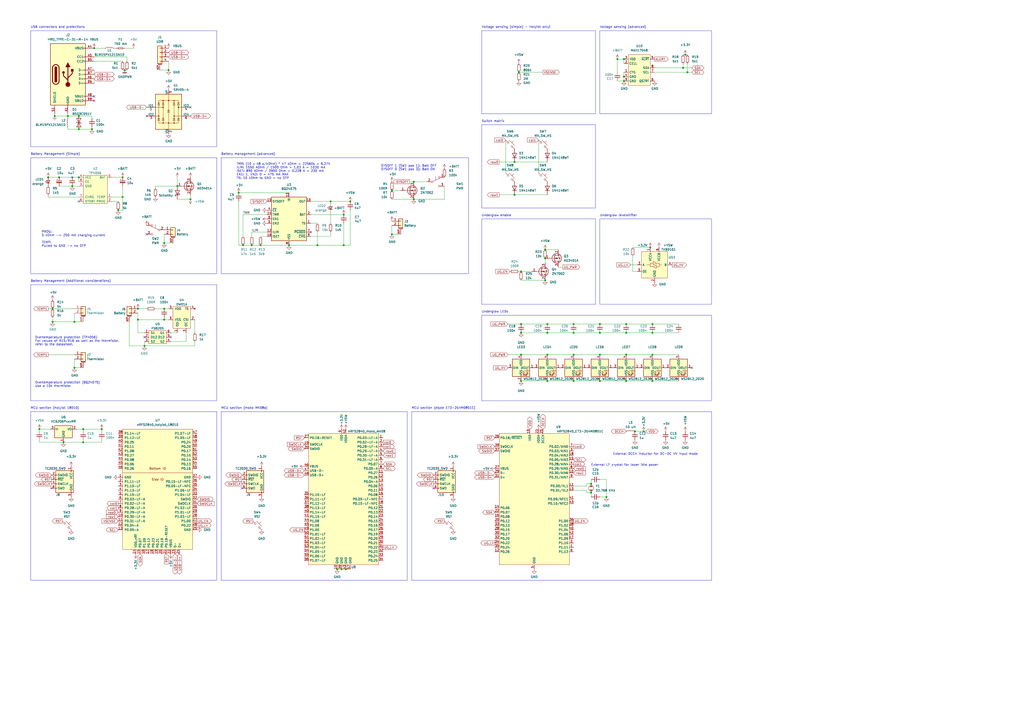
<source format=kicad_sch>
(kicad_sch (version 20231120) (generator "eeschema") (generator_version "8.0")
  (paper "A2")
  (junction (at 368.3 250.19))
  (junction (at 68.58 121.92))
  (junction (at 80.01 179.07))
  (junction (at 53.34 74.93))
  (junction (at 195.58 330.2))
  (junction (at 396.24 39.37))
  (junction (at 43.18 186.69))
  (junction (at 378.46 187.96))
  (junction (at 140.97 142.24) (diameter 0.9144))
  (junction (at 45.72 67.31))
  (junction (at 377.19 143.51))
  (junction (at 167.64 142.24) (diameter 0.9144))
  (junction (at 363.22 187.96))
  (junction (at 203.2 116.84))
  (junction (at 347.98 220.98))
  (junction (at 302.26 157.48))
  (junction (at 43.18 213.36))
  (junction (at 97.79 40.64))
  (junction (at 198.12 330.2))
  (junction (at 361.95 44.45))
  (junction (at 34.29 102.87))
  (junction (at 36.83 256.54))
  (junction (at 80.01 185.42))
  (junction (at 342.9 285.75))
  (junction (at 332.74 205.74))
  (junction (at 302.26 220.98))
  (junction (at 41.91 102.87))
  (junction (at 102.87 107.95))
  (junction (at 45.72 74.93))
  (junction (at 316.23 149.86))
  (junction (at 347.98 187.96))
  (junction (at 358.14 34.29))
  (junction (at 95.25 140.97))
  (junction (at 317.5 193.04))
  (junction (at 199.39 142.24))
  (junction (at 191.77 116.84))
  (junction (at 227.33 110.49))
  (junction (at 95.25 185.42))
  (junction (at 151.13 142.24) (diameter 0.9144))
  (junction (at 83.82 200.66))
  (junction (at 317.5 220.98))
  (junction (at 317.5 187.96))
  (junction (at 71.12 102.87))
  (junction (at 54.61 27.94))
  (junction (at 240.03 115.57))
  (junction (at 30.48 186.69))
  (junction (at 351.79 288.29))
  (junction (at 146.05 142.24) (diameter 0.9144))
  (junction (at 332.74 220.98))
  (junction (at 45.72 102.87))
  (junction (at 48.26 256.54))
  (junction (at 342.9 280.67))
  (junction (at 30.48 179.07))
  (junction (at 184.15 142.24) (diameter 0.9144))
  (junction (at 95.25 179.07))
  (junction (at 347.98 193.04))
  (junction (at 378.46 220.98))
  (junction (at 31.75 67.31))
  (junction (at 397.51 31.75))
  (junction (at 361.95 46.99))
  (junction (at 39.37 67.31))
  (junction (at 300.99 41.91))
  (junction (at 240.03 105.41))
  (junction (at 27.94 102.87))
  (junction (at 332.74 187.96))
  (junction (at 363.22 220.98))
  (junction (at 298.45 93.98))
  (junction (at 363.22 193.04))
  (junction (at 48.26 248.92))
  (junction (at 72.39 40.64))
  (junction (at 373.38 250.19))
  (junction (at 227.33 135.89))
  (junction (at 22.86 248.92))
  (junction (at 298.45 113.03))
  (junction (at 138.43 111.76))
  (junction (at 59.055 248.92))
  (junction (at 71.12 114.3))
  (junction (at 347.98 205.74))
  (junction (at 41.91 107.95))
  (junction (at 378.46 193.04))
  (junction (at 302.26 205.74))
  (junction (at 199.39 124.46) (diameter 0.9144))
  (junction (at 332.74 193.04))
  (junction (at 302.26 187.96))
  (junction (at 302.26 193.04))
  (junction (at 316.23 144.78))
  (junction (at 398.78 41.91))
  (junction (at 378.46 205.74))
  (junction (at 110.49 115.57))
  (junction (at 361.95 34.29))
  (junction (at 316.23 162.56))
  (junction (at 363.22 205.74))
  (junction (at 200.66 330.2))
  (junction (at 317.5 205.74))
  (no_connect (at 85.09 135.89))
  (no_connect (at 45.72 116.84))
  (no_connect (at 54.61 58.42))
  (no_connect (at 83.82 195.58))
  (no_connect (at 99.06 195.58))
  (no_connect (at 54.61 55.88))
  (no_connect (at 401.32 213.36))
  (no_connect (at 180.34 134.62))
  (no_connect (at 29.845 283.21))
  (no_connect (at 251.46 283.21))
  (no_connect (at 140.335 283.21))
  (no_connect (at 85.09 67.31))
  (no_connect (at 110.49 62.23))
  (wire (pts (xy 71.12 107.95) (xy 71.12 114.3)))
  (wire (pts (xy 97.79 185.42) (xy 95.25 185.42)))
  (wire (pts (xy 302.26 187.96) (xy 317.5 187.96)))
  (wire (pts (xy 102.87 115.57) (xy 110.49 115.57)))
  (wire (pts (xy 92.71 40.64) (xy 97.79 40.64)))
  (wire (pts (xy 300.99 41.91) (xy 314.96 41.91)))
  (wire (pts (xy 378.46 193.04) (xy 393.7 193.04)))
  (wire (pts (xy 167.64 142.24) (xy 184.15 142.24)))
  (wire (pts (xy 39.37 74.93) (xy 45.72 74.93)))
  (wire (pts (xy 72.39 27.94) (xy 77.47 27.94)))
  (wire (pts (xy 363.22 187.96) (xy 378.46 187.96)))
  (wire (pts (xy 22.86 255.27) (xy 22.86 256.54)))
  (wire (pts (xy 110.49 115.57) (xy 110.49 113.03)))
  (wire (pts (xy 332.74 284.48) (xy 340.36 284.48)))
  (wire (pts (xy 191.77 116.84) (xy 203.2 116.84)))
  (wire (pts (xy 140.97 124.46) (xy 140.97 137.16)))
  (wire (pts (xy 302.26 157.48) (xy 308.61 157.48)))
  (wire (pts (xy 332.74 205.74) (xy 347.98 205.74)))
  (wire (pts (xy 180.34 129.54) (xy 184.15 129.54)))
  (wire (pts (xy 30.48 184.15) (xy 30.48 186.69)))
  (wire (pts (xy 365.76 153.67) (xy 369.57 153.67)))
  (wire (pts (xy 227.33 110.49) (xy 232.41 110.49)))
  (wire (pts (xy 340.36 281.94) (xy 340.36 280.67)))
  (wire (pts (xy 95.25 135.89) (xy 95.25 140.97)))
  (wire (pts (xy 361.95 44.45) (xy 361.95 46.99)))
  (wire (pts (xy 140.97 142.24) (xy 146.05 142.24)))
  (wire (pts (xy 59.055 256.54) (xy 48.26 256.54)))
  (wire (pts (xy 302.26 220.98) (xy 317.5 220.98)))
  (wire (pts (xy 83.82 198.12) (xy 83.82 200.66)))
  (wire (pts (xy 64.77 116.84) (xy 68.58 116.84)))
  (wire (pts (xy 191.77 134.62) (xy 191.77 137.16)))
  (wire (pts (xy 146.05 134.62) (xy 154.94 134.62)))
  (wire (pts (xy 48.26 248.92) (xy 48.26 250.19)))
  (wire (pts (xy 27.94 102.87) (xy 34.29 102.87)))
  (wire (pts (xy 73.66 35.56) (xy 73.66 33.02)))
  (wire (pts (xy 398.78 41.91) (xy 401.32 41.91)))
  (wire (pts (xy 237.49 105.41) (xy 240.03 105.41)))
  (wire (pts (xy 363.22 220.98) (xy 378.46 220.98)))
  (wire (pts (xy 43.18 213.36) (xy 48.26 213.36)))
  (wire (pts (xy 373.38 250.19) (xy 374.65 250.19)))
  (wire (pts (xy 39.37 73.66) (xy 39.37 74.93)))
  (wire (pts (xy 342.9 278.13) (xy 342.9 280.67)))
  (wire (pts (xy 342.9 285.75) (xy 342.9 288.29)))
  (wire (pts (xy 72.39 40.64) (xy 73.66 40.64)))
  (wire (pts (xy 227.33 115.57) (xy 240.03 115.57)))
  (wire (pts (xy 361.95 41.91) (xy 361.95 44.45)))
  (wire (pts (xy 31.75 66.04) (xy 31.75 67.31)))
  (wire (pts (xy 99.06 193.04) (xy 102.87 193.04)))
  (wire (pts (xy 368.3 250.19) (xy 373.38 250.19)))
  (wire (pts (xy 73.66 33.02) (xy 54.61 33.02)))
  (wire (pts (xy 340.36 284.48) (xy 340.36 285.75)))
  (wire (pts (xy 45.72 102.87) (xy 45.72 105.41)))
  (wire (pts (xy 97.79 40.64) (xy 97.79 35.56)))
  (wire (pts (xy 396.24 39.37) (xy 401.32 39.37)))
  (wire (pts (xy 379.73 41.91) (xy 398.78 41.91)))
  (wire (pts (xy 95.25 140.97) (xy 100.33 140.97)))
  (wire (pts (xy 317.5 220.98) (xy 332.74 220.98)))
  (wire (pts (xy 54.61 45.72) (xy 54.61 48.26)))
  (wire (pts (xy 302.26 193.04) (xy 317.5 193.04)))
  (wire (pts (xy 107.95 198.12) (xy 107.95 193.04)))
  (wire (pts (xy 358.14 46.99) (xy 361.95 46.99)))
  (wire (pts (xy 66.04 27.94) (xy 67.31 27.94)))
  (wire (pts (xy 74.93 186.69) (xy 74.93 200.66)))
  (wire (pts (xy 80.01 185.42) (xy 95.25 185.42)))
  (wire (pts (xy 397.51 31.75) (xy 398.78 31.75)))
  (wire (pts (xy 53.34 68.58) (xy 53.34 67.31)))
  (wire (pts (xy 22.86 248.92) (xy 22.86 250.19)))
  (wire (pts (xy 39.37 66.04) (xy 39.37 67.31)))
  (wire (pts (xy 138.43 111.76) (xy 167.64 111.76)))
  (wire (pts (xy 332.74 193.04) (xy 347.98 193.04)))
  (wire (pts (xy 199.39 129.54) (xy 199.39 142.24)))
  (wire (pts (xy 30.48 186.69) (xy 43.18 186.69)))
  (wire (pts (xy 80.01 185.42) (xy 80.01 193.04)))
  (wire (pts (xy 347.98 193.04) (xy 363.22 193.04)))
  (wire (pts (xy 323.85 154.94) (xy 326.39 154.94)))
  (wire (pts (xy 398.78 41.91) (xy 398.78 36.83)))
  (wire (pts (xy 151.13 137.16) (xy 154.94 137.16)))
  (wire (pts (xy 54.61 40.64) (xy 54.61 43.18)))
  (wire (pts (xy 140.97 124.46) (xy 154.94 124.46)))
  (wire (pts (xy 302.26 205.74) (xy 317.5 205.74)))
  (wire (pts (xy 27.94 113.03) (xy 27.94 114.3)))
  (wire (pts (xy 80.01 179.07) (xy 85.09 179.07)))
  (wire (pts (xy 43.18 181.61) (xy 43.18 186.69)))
  (wire (pts (xy 358.14 34.29) (xy 358.14 41.91)))
  (wire (pts (xy 95.25 185.42) (xy 95.25 184.15)))
  (wire (pts (xy 367.03 157.48) (xy 369.57 157.48)))
  (wire (pts (xy 257.81 107.95) (xy 257.81 115.57)))
  (wire (pts (xy 257.81 115.57) (xy 240.03 115.57)))
  (wire (pts (xy 358.14 34.29) (xy 361.95 34.29)))
  (wire (pts (xy 396.24 31.75) (xy 397.51 31.75)))
  (wire (pts (xy 22.86 256.54) (xy 36.83 256.54)))
  (wire (pts (xy 43.18 208.28) (xy 43.18 213.36)))
  (wire (pts (xy 45.72 67.31) (xy 39.37 67.31)))
  (wire (pts (xy 227.33 130.81) (xy 227.33 135.89)))
  (wire (pts (xy 180.34 124.46) (xy 199.39 124.46)))
  (wire (pts (xy 22.86 248.92) (xy 29.21 248.92)))
  (wire (pts (xy 53.34 74.93) (xy 45.72 74.93)))
  (wire (pts (xy 27.94 114.3) (xy 45.72 114.3)))
  (wire (pts (xy 317.5 187.96) (xy 332.74 187.96)))
  (wire (pts (xy 363.22 205.74) (xy 378.46 205.74)))
  (wire (pts (xy 27.94 179.07) (xy 30.48 179.07)))
  (wire (pts (xy 138.43 142.24) (xy 140.97 142.24)))
  (wire (pts (xy 332.74 187.96) (xy 347.98 187.96)))
  (wire (pts (xy 71.12 114.3) (xy 71.12 121.92)))
  (wire (pts (xy 71.12 40.64) (xy 72.39 40.64)))
  (wire (pts (xy 54.61 27.94) (xy 60.96 27.94)))
  (wire (pts (xy 191.77 118.11) (xy 191.77 116.84)))
  (wire (pts (xy 396.24 39.37) (xy 396.24 36.83)))
  (wire (pts (xy 27.94 205.74) (xy 43.18 205.74)))
  (wire (pts (xy 340.36 280.67) (xy 342.9 280.67)))
  (wire (pts (xy 347.98 220.98) (xy 363.22 220.98)))
  (wire (pts (xy 48.26 255.27) (xy 48.26 256.54)))
  (wire (pts (xy 317.5 193.04) (xy 332.74 193.04)))
  (wire (pts (xy 312.42 81.28) (xy 312.42 100.33)))
  (wire (pts (xy 347.98 288.29) (xy 351.79 288.29)))
  (wire (pts (xy 367.03 148.59) (xy 367.03 157.48)))
  (wire (pts (xy 64.77 114.3) (xy 71.12 114.3)))
  (wire (pts (xy 198.12 330.2) (xy 200.66 330.2)))
  (wire (pts (xy 53.34 74.93) (xy 53.34 73.66)))
  (wire (pts (xy 347.98 205.74) (xy 363.22 205.74)))
  (wire (pts (xy 59.055 248.92) (xy 59.055 250.19)))
  (wire (pts (xy 180.34 137.16) (xy 191.77 137.16)))
  (wire (pts (xy 53.34 67.31) (xy 45.72 67.31)))
  (wire (pts (xy 227.33 135.89) (xy 232.41 135.89)))
  (wire (pts (xy 347.98 278.13) (xy 351.79 278.13)))
  (wire (pts (xy 44.45 248.92) (xy 48.26 248.92)))
  (wire (pts (xy 80.01 193.04) (xy 83.82 193.04)))
  (wire (pts (xy 138.43 116.84) (xy 138.43 142.24)))
  (wire (pts (xy 184.15 134.62) (xy 184.15 142.24)))
  (wire (pts (xy 317.5 205.74) (xy 332.74 205.74)))
  (wire (pts (xy 54.61 35.56) (xy 71.12 35.56)))
  (wire (pts (xy 378.46 220.98) (xy 393.7 220.98)))
  (wire (pts (xy 36.83 256.54) (xy 48.26 256.54)))
  (wire (pts (xy 302.26 162.56) (xy 316.23 162.56)))
  (wire (pts (xy 203.2 142.24) (xy 199.39 142.24)))
  (wire (pts (xy 34.29 102.87) (xy 41.91 102.87)))
  (wire (pts (xy 298.45 93.98) (xy 317.5 93.98)))
  (wire (pts (xy 95.25 179.07) (xy 97.79 179.07)))
  (wire (pts (xy 289.56 93.98) (xy 298.45 93.98)))
  (wire (pts (xy 332.74 220.98) (xy 347.98 220.98)))
  (wire (pts (xy 379.73 39.37) (xy 396.24 39.37)))
  (wire (pts (xy 90.17 107.95) (xy 102.87 107.95)))
  (wire (pts (xy 146.05 142.24) (xy 151.13 142.24)))
  (wire (pts (xy 195.58 330.2) (xy 198.12 330.2)))
  (wire (pts (xy 80.01 181.61) (xy 80.01 185.42)))
  (wire (pts (xy 34.29 107.95) (xy 41.91 107.95)))
  (wire (pts (xy 289.56 113.03) (xy 298.45 113.03)))
  (wire (pts (xy 378.46 205.74) (xy 393.7 205.74)))
  (wire (pts (xy 90.17 179.07) (xy 95.25 179.07)))
  (wire (pts (xy 200.66 330.2) (xy 203.2 330.2)))
  (wire (pts (xy 378.46 187.96) (xy 393.7 187.96)))
  (wire (pts (xy 74.93 200.66) (xy 83.82 200.66)))
  (wire (pts (xy 367.03 143.51) (xy 377.19 143.51)))
  (wire (pts (xy 83.82 200.66) (xy 113.03 200.66)))
  (wire (pts (xy 30.48 179.07) (xy 43.18 179.07)))
  (wire (pts (xy 43.18 186.69) (xy 48.26 186.69)))
  (wire (pts (xy 184.15 142.24) (xy 199.39 142.24)))
  (wire (pts (xy 332.74 281.94) (xy 340.36 281.94)))
  (wire (pts (xy 191.77 123.19) (xy 191.77 129.54)))
  (wire (pts (xy 151.13 142.24) (xy 167.64 142.24)))
  (wire (pts (xy 294.64 187.96) (xy 302.26 187.96)))
  (wire (pts (xy 102.87 102.87) (xy 102.87 107.95)))
  (wire (pts (xy 71.12 121.92) (xy 68.58 121.92)))
  (wire (pts (xy 240.03 105.41) (xy 247.65 105.41)))
  (wire (pts (xy 203.2 121.92) (xy 203.2 142.24)))
  (wire (pts (xy 316.23 144.78) (xy 323.85 144.78)))
  (wire (pts (xy 64.77 102.87) (xy 71.12 102.87)))
  (wire (pts (xy 48.26 248.92) (xy 59.055 248.92)))
  (wire (pts (xy 41.91 102.87) (xy 45.72 102.87)))
  (wire (pts (xy 298.45 113.03) (xy 317.5 113.03)))
  (wire (pts (xy 180.34 116.84) (xy 191.77 116.84)))
  (wire (pts (xy 146.05 134.62) (xy 146.05 137.16)))
  (wire (pts (xy 113.03 200.66) (xy 113.03 198.12)))
  (wire (pts (xy 293.37 81.28) (xy 293.37 100.33)))
  (wire (pts (xy 294.64 205.74) (xy 302.26 205.74)))
  (wire (pts (xy 59.055 255.27) (xy 59.055 256.54)))
  (wire (pts (xy 340.36 285.75) (xy 342.9 285.75)))
  (wire (pts (xy 39.37 67.31) (xy 39.37 68.58)))
  (wire (pts (xy 316.23 149.86) (xy 316.23 152.4)))
  (wire (pts (xy 351.79 278.13) (xy 351.79 288.29)))
  (wire (pts (xy 361.95 34.29) (xy 361.95 36.83)))
  (wire (pts (xy 347.98 187.96) (xy 363.22 187.96)))
  (wire (pts (xy 99.06 198.12) (xy 107.95 198.12)))
  (wire (pts (xy 363.22 193.04) (xy 378.46 193.04)))
  (wire (pts (xy 31.75 67.31) (xy 39.37 67.31)))
  (wire (pts (xy 41.91 107.95) (xy 45.72 107.95)))
  (wire (pts (xy 90.17 109.22) (xy 90.17 107.95)))
  (wire (pts (xy 113.03 185.42) (xy 113.03 193.04)))
  (wire (pts (xy 300.99 157.48) (xy 302.26 157.48)))
  (rectangle (start 279.4 72.39) (end 345.44 120.65))
  (rectangle (start 128.27 91.44) (end 271.78 158.75))
  (rectangle (start 128.27 238.76) (end 236.22 336.55))
  (rectangle (start 17.78 17.78) (end 125.73 85.09))
  (rectangle (start 17.78 238.76) (end 125.73 336.55))
  (rectangle (start 17.78 91.44) (end 125.73 158.75))
  (rectangle (start 279.4 127) (end 345.44 176.53))
  (rectangle (start 279.4 182.88) (end 412.75 232.41))
  (rectangle (start 347.98 127) (end 412.75 176.53))
  (rectangle (start 17.78 165.1) (end 125.73 232.41))
  (rectangle (start 347.98 17.78) (end 412.75 66.04))
  (rectangle (start 238.76 238.76) (end 412.75 336.55))
  (rectangle (start 279.4 17.78) (end 345.44 66.04))
  (text "TMR: (10 x 48 s/kOhm) * 47 kOhm = 22560s = 6.27h\nILIM: 1550 AOhm / 1500 Ohm = 1.03 A = 1030 mA\nISET: 890 AOhm / 3900 Ohm = 0.228 A = 230 mA\nEN1: 1, EN2: 0 = 475 mA MAX\nTS: 10 kOhm to GND = no OTP" (at 137.16 104.14 0) (effects (font (size 1.27 1.27)) (justify left bottom)))
  (text "Switch matrix" (at 279.4 71.12 0) (effects (font (size 1.27 1.27)) (justify left bottom)))
  (text "USB connectors and protections" (at 17.78 16.51 0) (effects (font (size 1.27 1.27)) (justify left bottom)))
  (text "Underglow levelshifter" (at 347.98 125.73 0) (effects (font (size 1.27 1.27)) (justify left bottom)))
  (text "External LF crystal for lower idle power" (at 342.9 270.51 0) (effects (font (size 1.27 1.27)) (justify left bottom)))
  (text "Voltage sensing (simple) - Holyiot only!" (at 279.4 16.51 0) (effects (font (size 1.27 1.27)) (justify left bottom)))
  (text "Battery Management (Simple)" (at 17.78 90.17 0) (effects (font (size 1.27 1.27)) (justify left bottom)))
  (text "PROG:\n5 kOhm -> 250 mA charging current\n\nTEMP:\nPulled to GND -> no OTP" (at 24.13 143.51 0) (effects (font (size 1.27 1.27)) (justify left bottom)))
  (text "Underglow LEDs" (at 279.4 181.61 0) (effects (font (size 1.27 1.27)) (justify left bottom)))
  (text "Battery management (advanced)" (at 128.27 90.17 0) (effects (font (size 1.27 1.27)) (justify left bottom)))
  (text "External DCCH inductor for DC-DC HV input mode" (at 355.6 264.16 0) (effects (font (size 1.27 1.27)) (justify left bottom)))
  (text "Overtemperature protection (TP4056)\nFor values of R15/R16 as well as the thermistor, \nrefer to the datasheet." (at 20.32 200.66 0) (effects (font (size 1.27 1.27)) (justify left bottom)))
  (text "MCU section (holyiot 18010)" (at 17.78 237.49 0) (effects (font (size 1.27 1.27)) (justify left bottom)))
  (text "Battery Management (Additional considerations)" (at 17.78 163.83 0) (effects (font (size 1.27 1.27)) (justify left bottom)))
  (text "SYSOFF 1 (SW1 pos 1): Batt OFF\nSYSOFF 0 (SW1 pos 3): Batt ON" (at 220.98 99.06 0) (effects (font (size 1.27 1.27)) (justify left bottom)))
  (text "Overtemperature protection (BQ24075)\nUse a 10k thermistor" (at 20.32 224.79 0) (effects (font (size 1.27 1.27)) (justify left bottom)))
  (text "MCU section (ebyte E73-2G4M08S1C)" (at 238.76 237.49 0) (effects (font (size 1.27 1.27)) (justify left bottom)))
  (text "MCU section (moko MK08a)" (at 128.27 237.49 0) (effects (font (size 1.27 1.27)) (justify left bottom)))
  (text "Underglow enable" (at 279.4 125.73 0) (effects (font (size 1.27 1.27)) (justify left bottom)))
  (text "Voltage sensing (advanced)" (at 347.98 16.51 0) (effects (font (size 1.27 1.27)) (justify left bottom)))
  (label "TMR" (at 140.97 124.46 0))
  (label "ILIM" (at 146.05 134.62 0))
  (global_label "UG_PWR" (shape output) (at 326.39 154.94 0) (property "Intersheetrefs" "${INTERSHEET_REFS}" (effects (hide yes))))
  (global_label "RST" (shape output) (at 140.335 278.13 180) (property "Intersheetrefs" "${INTERSHEET_REFS}" (effects (hide yes))))
  (global_label "USB-D+" (shape bidirectional) (at 97.79 33.02 0) (property "Intersheetrefs" "${INTERSHEET_REFS}" (effects (hide yes))))
  (global_label "RST" (shape output) (at 146.685 302.26 180) (property "Intersheetrefs" "${INTERSHEET_REFS}" (effects (hide yes))))
  (global_label "SWDCLK" (shape input) (at 176.53 257.81 180) (property "Intersheetrefs" "${INTERSHEET_REFS}" (effects (hide yes))))
  (global_label "SWDIO" (shape bidirectional) (at 29.845 275.59 180) (property "Intersheetrefs" "${INTERSHEET_REFS}" (effects (hide yes))))
  (global_label "row1" (shape input) (at 68.58 299.72 180) (property "Intersheetrefs" "${INTERSHEET_REFS}" (effects (hide yes))))
  (global_label "col1" (shape input) (at 312.42 81.28 180) (property "Intersheetrefs" "${INTERSHEET_REFS}" (effects (hide yes))))
  (global_label "USB-D+" (shape bidirectional) (at 104.14 321.31 270) (property "Intersheetrefs" "${INTERSHEET_REFS}" (effects (hide yes))))
  (global_label "SWDCLK" (shape output) (at 140.335 280.67 180) (property "Intersheetrefs" "${INTERSHEET_REFS}" (effects (hide yes))))
  (global_label "UG_EN" (shape input) (at 295.91 157.48 180) (property "Intersheetrefs" "${INTERSHEET_REFS}" (effects (hide yes))))
  (global_label "col1" (shape output) (at 332.74 269.24 0) (property "Intersheetrefs" "${INTERSHEET_REFS}" (effects (hide yes))))
  (global_label "USB-D-" (shape bidirectional) (at 85.09 62.23 180) (property "Intersheetrefs" "${INTERSHEET_REFS}" (effects (hide yes))))
  (global_label "USB-D-" (shape bidirectional) (at 101.6 321.31 270) (property "Intersheetrefs" "${INTERSHEET_REFS}" (effects (hide yes))))
  (global_label "SWDCLK" (shape output) (at 29.845 280.67 180) (property "Intersheetrefs" "${INTERSHEET_REFS}" (effects (hide yes))))
  (global_label "UG_LV" (shape output) (at 114.3 304.8 0) (property "Intersheetrefs" "${INTERSHEET_REFS}" (effects (hide yes))))
  (global_label "TEMP1" (shape output) (at 27.94 179.07 180) (property "Intersheetrefs" "${INTERSHEET_REFS}" (effects (hide yes))))
  (global_label "col1" (shape output) (at 222.25 259.08 0) (property "Intersheetrefs" "${INTERSHEET_REFS}" (effects (hide yes))))
  (global_label "USB-D+" (shape bidirectional) (at 110.49 67.31 0) (property "Intersheetrefs" "${INTERSHEET_REFS}" (effects (hide yes))))
  (global_label "SYSOFF" (shape output) (at 237.49 105.41 180) (property "Intersheetrefs" "${INTERSHEET_REFS}" (effects (hide yes))))
  (global_label "SDA" (shape bidirectional) (at 401.32 39.37 0) (property "Intersheetrefs" "${INTERSHEET_REFS}" (effects (hide yes))))
  (global_label "RST" (shape input) (at 96.52 321.31 270) (property "Intersheetrefs" "${INTERSHEET_REFS}" (effects (hide yes))))
  (global_label "row0" (shape input) (at 332.74 271.78 0) (property "Intersheetrefs" "${INTERSHEET_REFS}" (effects (hide yes))))
  (global_label "row1" (shape input) (at 332.74 274.32 0) (property "Intersheetrefs" "${INTERSHEET_REFS}" (effects (hide yes))))
  (global_label "col1" (shape output) (at 68.58 294.64 180) (property "Intersheetrefs" "${INTERSHEET_REFS}" (effects (hide yes))))
  (global_label "SWDIO" (shape bidirectional) (at 251.46 275.59 180) (property "Intersheetrefs" "${INTERSHEET_REFS}" (effects (hide yes))))
  (global_label "VSENSE" (shape input) (at 68.58 302.26 180) (property "Intersheetrefs" "${INTERSHEET_REFS}" (effects (hide yes))))
  (global_label "col0" (shape output) (at 222.25 256.54 0) (property "Intersheetrefs" "${INTERSHEET_REFS}" (effects (hide yes))))
  (global_label "UG_LV" (shape output) (at 222.25 317.5 0) (property "Intersheetrefs" "${INTERSHEET_REFS}" (effects (hide yes))))
  (global_label "row1" (shape input) (at 222.25 264.16 0) (property "Intersheetrefs" "${INTERSHEET_REFS}" (effects (hide yes))))
  (global_label "row0" (shape output) (at 289.56 93.98 180) (property "Intersheetrefs" "${INTERSHEET_REFS}" (effects (hide yes))))
  (global_label "USB-D-" (shape bidirectional) (at 287.02 274.32 180) (property "Intersheetrefs" "${INTERSHEET_REFS}" (effects (hide yes))))
  (global_label "SDA" (shape bidirectional) (at 222.25 269.24 0) (property "Intersheetrefs" "${INTERSHEET_REFS}" (effects (hide yes))))
  (global_label "SWDIO" (shape bidirectional) (at 176.53 260.35 180) (property "Intersheetrefs" "${INTERSHEET_REFS}" (effects (hide yes))))
  (global_label "UG_PWR" (shape input) (at 294.64 187.96 180) (property "Intersheetrefs" "${INTERSHEET_REFS}" (effects (hide yes))))
  (global_label "SWDCLK" (shape output) (at 251.46 280.67 180) (property "Intersheetrefs" "${INTERSHEET_REFS}" (effects (hide yes))))
  (global_label "RST" (shape output) (at 29.845 278.13 180) (property "Intersheetrefs" "${INTERSHEET_REFS}" (effects (hide yes))))
  (global_label "SCL" (shape bidirectional) (at 68.58 307.34 180) (property "Intersheetrefs" "${INTERSHEET_REFS}" (effects (hide yes))))
  (global_label "row0" (shape input) (at 222.25 261.62 0) (property "Intersheetrefs" "${INTERSHEET_REFS}" (effects (hide yes))))
  (global_label "row0" (shape input) (at 68.58 297.18 180) (property "Intersheetrefs" "${INTERSHEET_REFS}" (effects (hide yes))))
  (global_label "USB-D+" (shape bidirectional) (at 54.61 45.72 0) (property "Intersheetrefs" "${INTERSHEET_REFS}" (effects (hide yes))))
  (global_label "SDA" (shape bidirectional) (at 81.28 321.31 270) (property "Intersheetrefs" "${INTERSHEET_REFS}" (effects (hide yes))))
  (global_label "VDD" (shape bidirectional) (at 374.65 250.19 0) (property "Intersheetrefs" "${INTERSHEET_REFS}" (effects (hide yes))))
  (global_label "USB-D-" (shape bidirectional) (at 54.61 43.18 0) (property "Intersheetrefs" "${INTERSHEET_REFS}" (effects (hide yes))))
  (global_label "SCL" (shape bidirectional) (at 222.25 271.78 0) (property "Intersheetrefs" "${INTERSHEET_REFS}" (effects (hide yes))))
  (global_label "SCL" (shape bidirectional) (at 401.32 41.91 0) (property "Intersheetrefs" "${INTERSHEET_REFS}" (effects (hide yes))))
  (global_label "USB-D+" (shape bidirectional) (at 176.53 273.05 180) (property "Intersheetrefs" "${INTERSHEET_REFS}" (effects (hide yes))))
  (global_label "VDD" (shape bidirectional) (at 307.34 248.92 90) (property "Intersheetrefs" "${INTERSHEET_REFS}" (effects (hide yes))))
  (global_label "RST" (shape output) (at 251.46 278.13 180) (property "Intersheetrefs" "${INTERSHEET_REFS}" (effects (hide yes))))
  (global_label "UG_EN" (shape output) (at 176.53 307.34 180) (property "Intersheetrefs" "${INTERSHEET_REFS}" (effects (hide yes))))
  (global_label "VSENSE" (shape output) (at 314.96 41.91 0) (property "Intersheetrefs" "${INTERSHEET_REFS}" (effects (hide yes))))
  (global_label "UG_LV" (shape input) (at 365.76 153.67 180) (property "Intersheetrefs" "${INTERSHEET_REFS}" (effects (hide yes))))
  (global_label "UG_LV" (shape output) (at 287.02 314.96 180) (property "Intersheetrefs" "${INTERSHEET_REFS}" (effects (hide yes))))
  (global_label "row1" (shape output) (at 289.56 113.03 180) (property "Intersheetrefs" "${INTERSHEET_REFS}" (effects (hide yes))))
  (global_label "ALERT" (shape output) (at 379.73 34.29 0) (property "Intersheetrefs" "${INTERSHEET_REFS}" (effects (hide yes))))
  (global_label "TEMP1" (shape output) (at 27.94 205.74 180) (property "Intersheetrefs" "${INTERSHEET_REFS}" (effects (hide yes))))
  (global_label "USB-D-" (shape bidirectional) (at 176.53 275.59 180) (property "Intersheetrefs" "${INTERSHEET_REFS}" (effects (hide yes))))
  (global_label "SCL" (shape bidirectional) (at 332.74 266.7 0) (property "Intersheetrefs" "${INTERSHEET_REFS}" (effects (hide yes))))
  (global_label "RST" (shape output) (at 36.195 302.26 180) (property "Intersheetrefs" "${INTERSHEET_REFS}" (effects (hide yes))))
  (global_label "SWDCLK" (shape input) (at 114.3 292.1 0) (property "Intersheetrefs" "${INTERSHEET_REFS}" (effects (hide yes))))
  (global_label "UG_EN" (shape output) (at 114.3 302.26 0) (property "Intersheetrefs" "${INTERSHEET_REFS}" (effects (hide yes))))
  (global_label "SWDCLK" (shape input) (at 287.02 259.08 180) (property "Intersheetrefs" "${INTERSHEET_REFS}" (effects (hide yes))))
  (global_label "UG_PWR" (shape input) (at 294.64 205.74 180) (property "Intersheetrefs" "${INTERSHEET_REFS}" (effects (hide yes))))
  (global_label "UG_EN" (shape output) (at 332.74 302.26 0) (property "Intersheetrefs" "${INTERSHEET_REFS}" (effects (hide yes))))
  (global_label "RST" (shape output) (at 257.81 302.26 180) (property "Intersheetrefs" "${INTERSHEET_REFS}" (effects (hide yes))))
  (global_label "RST" (shape input) (at 287.02 254 180) (property "Intersheetrefs" "${INTERSHEET_REFS}" (effects (hide yes))))
  (global_label "SDA" (shape bidirectional) (at 287.02 297.18 180) (property "Intersheetrefs" "${INTERSHEET_REFS}" (effects (hide yes))))
  (global_label "DCCH" (shape bidirectional) (at 363.22 250.19 180) (property "Intersheetrefs" "${INTERSHEET_REFS}" (effects (hide yes))))
  (global_label "col0" (shape output) (at 68.58 292.1 180) (property "Intersheetrefs" "${INTERSHEET_REFS}" (effects (hide yes))))
  (global_label "SWDIO" (shape bidirectional) (at 114.3 289.56 0) (property "Intersheetrefs" "${INTERSHEET_REFS}" (effects (hide yes))))
  (global_label "SWDIO" (shape bidirectional) (at 287.02 261.62 180) (property "Intersheetrefs" "${INTERSHEET_REFS}" (effects (hide yes))))
  (global_label "SWDIO" (shape bidirectional) (at 140.335 275.59 180) (property "Intersheetrefs" "${INTERSHEET_REFS}" (effects (hide yes))))
  (global_label "col0" (shape output) (at 332.74 259.08 0) (property "Intersheetrefs" "${INTERSHEET_REFS}" (effects (hide yes))))
  (global_label "col0" (shape input) (at 293.37 81.28 180) (property "Intersheetrefs" "${INTERSHEET_REFS}" (effects (hide yes))))
  (global_label "USB-D+" (shape bidirectional) (at 287.02 276.86 180) (property "Intersheetrefs" "${INTERSHEET_REFS}" (effects (hide yes))))
  (global_label "SYSOFF" (shape input) (at 154.94 116.84 180) (property "Intersheetrefs" "${INTERSHEET_REFS}" (effects (hide yes))))
  (global_label "UG_HV" (shape output) (at 389.89 153.67 0) (property "Intersheetrefs" "${INTERSHEET_REFS}" (effects (hide yes))))
  (global_label "DCCH" (shape bidirectional) (at 314.96 248.92 90) (property "Intersheetrefs" "${INTERSHEET_REFS}" (effects (hide yes))))
  (global_label "USB-D-" (shape bidirectional) (at 97.79 30.48 0) (property "Intersheetrefs" "${INTERSHEET_REFS}" (effects (hide yes))))
  (global_label "RST" (shape input) (at 176.53 254 180) (property "Intersheetrefs" "${INTERSHEET_REFS}" (effects (hide yes))))
  (global_label "UG_HV" (shape input) (at 294.64 213.36 180) (property "Intersheetrefs" "${INTERSHEET_REFS}" (effects (hide yes))))
  (symbol (lib_id "power:GND") (at 302.26 220.98 0) (unit 1)
    (property "Reference" "#PWR080" (effects (hide yes)))
    (property "Value" "GND" (at 302.26 226.695 0))
  )
  (symbol (lib_id "PCM_marbastlib-various:WS2812_2020") (at 317.5 213.36 0) (unit 1)
    (property "Reference" "LED4" (at 317.5 201.295 0))
    (property "Value" "WS2812_2020" (at 318.77 219.075 0) (effects (justify left top)))
    (property "Footprint" "PCM_marbastlib-various:LED_WS2812_2020" (effects (hide yes)))
    (property "Datasheet" "https://www.world-semi.com/DownLoadFile/139" (effects (hide yes)))
  )
  (symbol (lib_id "Device:C_Small") (at 22.86 252.73 0) (unit 1)
    (property "Reference" "C9" (at 25.1968 251.5616 0) (effects (justify left)))
    (property "Value" "1u" (at 25.1968 253.873 0) (effects (justify left)))
    (property "Footprint" "Capacitor_SMD:C_0402_1005Metric" (effects (hide yes)))
    (property "Notes" "X7R, 10%" (effects (hide yes)))
  )
  (symbol (lib_id "power:GND") (at 68.58 276.86 270) (mirror x) (unit 1)
    (property "Reference" "#PWR054" (effects (hide yes)))
    (property "Value" "GND" (at 64.77 276.8599 90) (effects (justify right)))
  )
  (symbol (lib_id "power:+3.3V") (at 262.89 270.51 0) (unit 1)
    (property "Reference" "#PWR052" (effects (hide yes)))
    (property "Value" "+3.3V" (at 262.89 264.795 0))
  )
  (symbol (lib_id "power:GND") (at 36.83 256.54 0) (mirror y) (unit 1)
    (property "Reference" "#PWR048" (effects (hide yes)))
    (property "Value" "GND" (at 36.83 261.62 0))
  )
  (symbol (lib_id "power:+3.3V") (at 377.19 143.51 0) (unit 1)
    (property "Reference" "#PWR074" (effects (hide yes)))
    (property "Value" "+3.3V" (at 372.745 142.24 0))
  )
  (symbol (lib_id "power:GND") (at 154.94 121.92 270) (unit 1)
    (property "Reference" "#PWR023" (effects (hide yes)))
    (property "Value" "GND" (at 151.13 121.9199 90) (effects (justify right)))
  )
  (symbol (lib_id "PCM_marbastlib-various:nRF52840_E73-2G4M08S1C") (at 309.88 289.56 0) (unit 1)
    (property "Reference" "U9" (at 323.85 247.65 0))
    (property "Value" "nRF52840_E73-2G4M08S1C" (at 336.55 250.19 0))
    (property "Footprint" "PCM_marbastlib-various:nRF52840_E73-2G4M08S1C" (effects (hide yes)))
    (property "Datasheet" "https://www.ebyte.com/en/downpdf.aspx?id=445" (effects (hide yes)))
    (property "LCSC" "C356849" (effects (hide yes)))
  )
  (symbol (lib_id "power:+5V") (at 77.47 27.94 0) (unit 1)
    (property "Reference" "#PWR02" (effects (hide yes)))
    (property "Value" "+5V" (at 77.47 22.86 0))
  )
  (symbol (lib_id "PCM_marbastlib-various:WS2812_2020") (at 363.22 213.36 0) (unit 1)
    (property "Reference" "LED7" (at 363.22 201.295 0))
    (property "Value" "WS2812_2020" (at 364.49 219.075 0) (effects (justify left top)))
    (property "Footprint" "PCM_marbastlib-various:LED_WS2812_2020" (effects (hide yes)))
    (property "Datasheet" "https://www.world-semi.com/DownLoadFile/139" (effects (hide yes)))
  )
  (symbol (lib_id "Device:R_Small") (at 146.05 139.7 0) (unit 1)
    (property "Reference" "R12" (at 144.78 144.78 0) (effects (justify left)))
    (property "Value" "1k5" (at 144.78 147.32 0) (effects (justify left)))
    (property "Footprint" "Resistor_SMD:R_0402_1005Metric" (effects (hide yes)))
  )
  (symbol (lib_id "Switch:SW_Push_45deg") (at 38.735 304.8 0) (unit 1)
    (property "Reference" "SW3" (at 38.735 297.18 0))
    (property "Value" "RST" (at 38.735 299.72 0))
    (property "Footprint" "PCM_marbastlib-various:SW_SPST_SKQG_WithStem" (effects (hide yes)))
  )
  (symbol (lib_id "power:GND") (at 316.23 162.56 0) (unit 1)
    (property "Reference" "#PWR077" (effects (hide yes)))
    (property "Value" "GND" (at 318.77 163.6394 0) (effects (justify left)))
  )
  (symbol (lib_id "power:+5V") (at 287.02 271.78 90) (unit 1)
    (property "Reference" "#PWR053" (effects (hide yes)))
    (property "Value" "+5V" (at 281.94 271.78 90))
  )
  (symbol (lib_id "power:+5V") (at 138.43 111.76 0) (unit 1)
    (property "Reference" "#PWR017" (effects (hide yes)))
    (property "Value" "+5V" (at 138.811 107.3658 0))
  )
  (symbol (lib_id "PCM_marbastlib-various:TC2030_SWD") (at 36.195 280.67 0) (unit 1)
    (property "Reference" "J8" (at 32.385 287.02 0) (effects (justify left)))
    (property "Value" "TC2030_SWD" (at 26.035 271.78 0) (effects (justify left)))
    (property "Footprint" "PCM_marbastlib-various:CON_TC2030_outlined" (effects (hide yes)))
    (property "Datasheet" " ~" (effects (hide yes)))
  )
  (symbol (lib_id "power:+BATT") (at 257.81 97.79 0) (unit 1)
    (property "Reference" "#PWR010" (effects (hide yes)))
    (property "Value" "+BATT" (at 260.35 96.5199 0) (effects (justify left)))
  )
  (symbol (lib_id "Device:R_Small") (at 302.26 160.02 0) (unit 1)
    (property "Reference" "R25" (at 304.8 158.7499 0) (effects (justify left)))
    (property "Value" "10k" (at 304.8 161.2899 0) (effects (justify left)))
    (property "Footprint" "Resistor_SMD:R_0402_1005Metric" (effects (hide yes)))
  )
  (symbol (lib_id "power:GND") (at 379.73 163.83 0) (unit 1)
    (property "Reference" "#PWR078" (effects (hide yes)))
    (property "Value" "GND" (at 382.27 164.9094 0) (effects (justify left)))
  )
  (symbol (lib_id "PCM_marbastlib-various:TC2030_SWD") (at 146.685 280.67 0) (unit 1)
    (property "Reference" "J9" (at 142.875 287.02 0) (effects (justify left)))
    (property "Value" "TC2030_SWD" (at 136.525 271.78 0) (effects (justify left)))
    (property "Footprint" "PCM_marbastlib-various:CON_TC2030_outlined" (effects (hide yes)))
    (property "Datasheet" " ~" (effects (hide yes)))
  )
  (symbol (lib_id "Device:C_Small") (at 393.7 190.5 180) (unit 1)
    (property "Reference" "C24" (at 390.525 189.2235 0) (effects (justify left)))
    (property "Value" "100n" (at 390.525 191.7635 0) (effects (justify left)))
    (property "Footprint" "Capacitor_SMD:C_0402_1005Metric" (effects (hide yes)))
    (property "Notes" "X7R, 10%" (effects (hide yes)))
  )
  (symbol (lib_id "power:+3.3V") (at 78.74 321.31 180) (unit 1)
    (property "Reference" "#PWR064" (effects (hide yes)))
    (property "Value" "+3.3V" (at 78.74 327.66 90))
  )
  (symbol (lib_id "Device:C_Small") (at 345.44 278.13 90) (unit 1)
    (property "Reference" "C15" (at 345.44 274.6502 90))
    (property "Value" "12p" (at 345.44 272.3388 90))
    (property "Footprint" "Capacitor_SMD:C_0402_1005Metric" (effects (hide yes)))
    (property "Notes" "NP0, 2%" (effects (hide yes)))
  )
  (symbol (lib_id "power:GND") (at 90.17 114.3 0) (unit 1)
    (property "Reference" "#PWR018" (effects (hide yes)))
    (property "Value" "GND" (at 87.63 115.5699 0) (effects (justify right)))
  )
  (symbol (lib_id "power:GND") (at 83.82 200.66 0) (mirror y) (unit 1)
    (property "Reference" "#PWR035" (effects (hide yes)))
    (property "Value" "GND" (at 83.693 205.0542 0))
  )
  (symbol (lib_id "Device:C_Small") (at 347.98 190.5 180) (unit 1)
    (property "Reference" "C21" (at 344.805 189.2235 0) (effects (justify left)))
    (property "Value" "100n" (at 344.805 191.7635 0) (effects (justify left)))
    (property "Footprint" "Capacitor_SMD:C_0402_1005Metric" (effects (hide yes)))
    (property "Notes" "X7R, 10%" (effects (hide yes)))
  )
  (symbol (lib_id "power:VBUS") (at 97.79 27.94 0) (unit 1)
    (property "Reference" "#PWR03" (effects (hide yes)))
    (property "Value" "VBUS" (at 100.33 26.6699 0) (effects (justify left)))
  )
  (symbol (lib_id "Device:L_Small") (at 63.5 27.94 90) (unit 1)
    (property "Reference" "L1" (at 63.5 29.21 90))
    (property "Value" "BLM15PX121SN1D" (at 63.5 31.75 90))
    (property "Footprint" "Inductor_SMD:L_0402_1005Metric" (effects (hide yes)))
  )
  (symbol (lib_id "Connector:USB_C_Receptacle_USB2.0") (at 39.37 43.18 0) (unit 1)
    (property "Reference" "J2" (at 39.37 20.32 0))
    (property "Value" "HRO_TYPE-C-31-M-14" (at 39.37 22.86 0))
    (property "Footprint" "Connector_USB:USB_C_Receptacle_HRO_TYPE-C-31-M-12" (effects (hide yes)))
    (property "Datasheet" "https://www.usb.org/sites/default/files/documents/usb_type-c.zip" (effects (hide yes)))
  )
  (symbol (lib_id "Transistor_FET:2N7002") (at 313.69 157.48 0) (unit 1)
    (property "Reference" "Q4" (at 320.04 156.2099 0) (effects (justify left)))
    (property "Value" "2N7002" (at 320.04 158.7499 0) (effects (justify left)))
    (property "Footprint" "Package_TO_SOT_SMD:SOT-23" (effects (hide yes)))
    (property "Datasheet" "https://www.onsemi.com/pub/Collateral/NDS7002A-D.PDF" (effects (hide yes)))
  )
  (symbol (lib_id "power:GND") (at 41.275 307.34 0) (mirror y) (unit 1)
    (property "Reference" "#PWR060" (effects (hide yes)))
    (property "Value" "GND" (at 41.275 312.42 0))
  )
  (symbol (lib_id "power:+VSW") (at 200.66 248.92 0) (unit 1)
    (property "Reference" "#PWR040" (effects (hide yes)))
    (property "Value" "+VSW" (at 200.66 243.205 90))
  )
  (symbol (lib_id "Device:C_Small") (at 368.3 252.73 0) (unit 1)
    (property "Reference" "C12" (at 370.84 251.4663 0) (effects (justify left)))
    (property "Value" "1u" (at 370.84 254.0063 0) (effects (justify left)))
    (property "Footprint" "Capacitor_SMD:C_0402_1005Metric" (effects (hide yes)))
    (property "Notes" "X7R, 10%" (effects (hide yes)))
  )
  (symbol (lib_id "PCM_marbastlib-mx:MX_SW_HS") (at 295.91 83.82 0) (unit 1)
    (property "Reference" "SW6" (at 295.91 76.2 0))
    (property "Value" "MX_SW_HS" (at 295.91 78.74 0))
    (property "Footprint" "PCM_marbastlib-mx:SW_MX_HS_CPG151101S11_1u" (effects (hide yes)))
  )
  (symbol (lib_id "Device:L_Small") (at 39.37 71.12 0) (mirror y) (unit 1)
    (property "Reference" "L2" (at 38.1 69.8499 0) (effects (justify left)))
    (property "Value" "BLM15PX121SN1D" (at 38.1 72.3899 0) (effects (justify left)))
    (property "Footprint" "Inductor_SMD:L_0402_1005Metric" (effects (hide yes)))
  )
  (symbol (lib_id "Device:R_Small") (at 140.97 139.7 0) (unit 1)
    (property "Reference" "R11" (at 139.7 144.78 0) (effects (justify left)))
    (property "Value" "47k" (at 139.7 147.32 0) (effects (justify left)))
    (property "Footprint" "Resistor_SMD:R_0402_1005Metric" (effects (hide yes)))
  )
  (symbol (lib_id "power:+BATT") (at 85.09 130.81 0) (unit 1)
    (property "Reference" "#PWR028" (effects (hide yes)))
    (property "Value" "+BATT" (at 85.09 125.73 0))
  )
  (symbol (lib_id "Battery_Management:BQ24075RGT") (at 167.64 127 0) (unit 1)
    (property "Reference" "U3" (at 167.64 107.1626 0))
    (property "Value" "BQ24075" (at 167.64 109.474 0))
    (property "Footprint" "Package_DFN_QFN:VQFN-16-1EP_3x3mm_P0.5mm_EP1.6x1.6mm" (effects (hide yes)))
    (property "Datasheet" "http://www.ti.com/lit/ds/symlink/bq24075.pdf" (effects (hide yes)))
  )
  (symbol (lib_id "Switch:SW_Push_45deg") (at 260.35 304.8 0) (unit 1)
    (property "Reference" "SW5" (at 260.35 297.18 0))
    (property "Value" "RST" (at 260.35 299.72 0))
    (property "Footprint" "PCM_marbastlib-various:SW_SPST_SKQG_WithStem" (effects (hide yes)))
  )
  (symbol (lib_id "Connector_Generic_MountingPin:Conn_01x02_MountingPin") (at 100.33 133.35 0) (unit 1)
    (property "Reference" "J4" (at 102.362 133.5532 0) (effects (justify left)))
    (property "Value" "Battery" (at 102.362 135.8646 0) (effects (justify left)))
    (property "Footprint" "PCM_marbastlib-various:Molex_Pico-EZmate_78171-0002_1x02-1MP_P1.20mm_Vertical" (effects (hide yes)))
    (property "LCSC" "C505023" (effects (hide yes)))
  )
  (symbol (lib_id "power:+5V") (at 99.06 321.31 180) (unit 1)
    (property "Reference" "#PWR065" (effects (hide yes)))
    (property "Value" "+5V" (at 99.06 327.025 90))
  )
  (symbol (lib_id "Diode:1N4148WT") (at 298.45 109.22 90) (unit 1)
    (property "Reference" "D5" (at 300.99 107.9499 90) (effects (justify right)))
    (property "Value" "1N4148WT" (at 300.99 110.4899 90) (effects (justify right)))
    (property "Footprint" "Diode_SMD:D_SOD-523" (effects (hide yes)))
    (property "Datasheet" "https://www.diodes.com/assets/Datasheets/ds30396.pdf" (effects (hide yes)))
  )
  (symbol (lib_id "Transistor_FET:AO3401A") (at 321.31 149.86 0) (mirror x) (unit 1)
    (property "Reference" "Q3" (at 327.025 148.5899 0) (effects (justify left)))
    (property "Value" "AO3401A" (at 327.025 151.1299 0) (effects (justify left)))
    (property "Footprint" "Package_TO_SOT_SMD:SOT-23" (effects (hide yes)))
    (property "Datasheet" "http://www.aosmd.com/pdfs/datasheet/AO3401A.pdf" (effects (hide yes)))
  )
  (symbol (lib_id "power:VBUS") (at 54.61 27.94 0) (unit 1)
    (property "Reference" "#PWR01" (effects (hide yes)))
    (property "Value" "VBUS" (at 54.61 22.86 0))
  )
  (symbol (lib_id "power:+3.3V") (at 397.51 31.75 0) (unit 1)
    (property "Reference" "#PWR068" (effects (hide yes)))
    (property "Value" "+3.3V" (at 397.51 26.035 0))
  )
  (symbol (lib_id "PCM_marbastlib-various:nRF52840_holyiot_18010") (at 91.44 274.32 0) (unit 1)
    (property "Reference" "U7" (at 91.44 243.84 0))
    (property "Value" "nRF52840_holyiot_18010" (at 91.44 246.38 0))
    (property "Footprint" "PCM_marbastlib-various:nRF52840_holyiot_18010" (effects (hide yes)))
    (property "Datasheet" "http://www.holyiot.com/tp/2019042516322180424.pdf" (effects (hide yes)))
  )
  (symbol (lib_id "PCM_marbastlib-various:WS2812_2020") (at 393.7 213.36 0) (unit 1)
    (property "Reference" "LED9" (at 393.7 201.295 0))
    (property "Value" "WS2812_2020" (at 394.97 219.075 0) (effects (justify left top)))
    (property "Footprint" "PCM_marbastlib-various:LED_WS2812_2020" (effects (hide yes)))
    (property "Datasheet" "https://www.world-semi.com/DownLoadFile/139" (effects (hide yes)))
  )
  (symbol (lib_id "power:GND") (at 97.79 40.64 0) (unit 1)
    (property "Reference" "#PWR05" (effects (hide yes)))
    (property "Value" "GND" (at 100.33 41.9099 0) (effects (justify left)))
  )
  (symbol (lib_id "power:GND") (at 262.89 288.29 0) (mirror y) (unit 1)
    (property "Reference" "#PWR058" (effects (hide yes)))
    (property "Value" "GND" (at 262.89 293.37 0))
  )
  (symbol (lib_id "Device:R_Small") (at 191.77 132.08 0) (unit 1)
    (property "Reference" "R10" (at 194.31 130.8099 0) (effects (justify left)))
    (property "Value" "1k5" (at 194.31 133.3499 0) (effects (justify left)))
    (property "Footprint" "Resistor_SMD:R_0402_1005Metric" (effects (hide yes)))
  )
  (symbol (lib_id "Transistor_FET:AO3401A") (at 107.95 107.95 0) (unit 1)
    (property "Reference" "Q1" (at 114.3 106.6799 0) (effects (justify left)))
    (property "Value" "AO3401A" (at 114.3 109.2199 0) (effects (justify left)))
    (property "Footprint" "Package_TO_SOT_SMD:SOT-23" (effects (hide yes)))
    (property "Datasheet" "http://www.aosmd.com/pdfs/datasheet/AO3401A.pdf" (effects (hide yes)))
  )
  (symbol (lib_id "Device:R_Small") (at 396.24 34.29 180) (unit 1)
    (property "Reference" "R18" (at 393.7 33.02 0) (effects (justify left)))
    (property "Value" "5k1" (at 393.7 35.56 0) (effects (justify left)))
    (property "Footprint" "Resistor_SMD:R_0402_1005Metric" (effects (hide yes)))
  )
  (symbol (lib_id "PCM_marbastlib-mx:MX_SW_HS") (at 314.96 102.87 0) (unit 1)
    (property "Reference" "SW9" (at 314.96 95.885 0))
    (property "Value" "MX_SW_HS" (at 314.96 98.425 0))
    (property "Footprint" "PCM_marbastlib-mx:SW_MX_HS_CPG151101S11_1u" (effects (hide yes)))
  )
  (symbol (lib_id "PCM_marbastlib-mx:MX_SW_HS") (at 295.91 102.87 0) (unit 1)
    (property "Reference" "SW8" (at 295.91 95.885 0))
    (property "Value" "MX_SW_HS" (at 295.91 98.425 0))
    (property "Footprint" "PCM_marbastlib-mx:SW_MX_HS_CPG151101S11_1u" (effects (hide yes)))
  )
  (symbol (lib_id "Device:Fuse_Small") (at 69.85 27.94 0) (unit 1)
    (property "Reference" "F1" (at 69.85 22.86 0))
    (property "Value" "750 mA" (at 69.85 25.4 0))
    (property "Footprint" "Fuse:Fuse_0603_1608Metric" (effects (hide yes)))
  )
  (symbol (lib_id "power:+3.3V") (at 41.275 270.51 0) (unit 1)
    (property "Reference" "#PWR049" (effects (hide yes)))
    (property "Value" "+3.3V" (at 41.275 264.795 0))
  )
  (symbol (lib_id "Device:C_Small") (at 138.43 114.3 0) (unit 1)
    (property "Reference" "C5" (at 135.89 113.0362 0) (effects (justify right)))
    (property "Value" "4u7" (at 135.89 115.5762 0) (effects (justify right)))
    (property "Footprint" "Capacitor_SMD:C_0402_1005Metric" (effects (hide yes)))
    (property "Notes" "X7R, 10%" (effects (hide yes)))
  )
  (symbol (lib_id "power:GND") (at 97.79 77.47 0) (unit 1)
    (property "Reference" "#PWR09" (effects (hide yes)))
    (property "Value" "GND" (at 97.917 81.8642 0))
  )
  (symbol (lib_id "power:GNDPWR") (at 72.39 40.64 0) (unit 1)
    (property "Reference" "#PWR04" (effects (hide yes)))
    (property "Value" "GNDPWR" (at 72.4916 44.5516 0))
  )
  (symbol (lib_id "Device:C_Small") (at 48.26 252.73 0) (unit 1)
    (property "Reference" "C10" (at 50.5968 251.5616 0) (effects (justify left)))
    (property "Value" "1u" (at 50.5968 253.873 0) (effects (justify left)))
    (property "Footprint" "Capacitor_SMD:C_0402_1005Metric" (effects (hide yes)))
    (property "Notes" "X7R, 10%" (effects (hide yes)))
  )
  (symbol (lib_id "power:GND") (at 151.765 288.29 0) (mirror y) (unit 1)
    (property "Reference" "#PWR057" (effects (hide yes)))
    (property "Value" "GND" (at 151.765 293.37 0))
  )
  (symbol (lib_id "Device:R_Small") (at 227.33 113.03 0) (unit 1)
    (property "Reference" "R7" (at 224.79 111.7599 0) (effects (justify right)))
    (property "Value" "10k" (at 224.79 114.2999 0) (effects (justify right)))
    (property "Footprint" "Resistor_SMD:R_0402_1005Metric" (effects (hide yes)))
  )
  (symbol (lib_id "marbastlib-various:MAX17048") (at 370.84 40.64 0) (unit 1)
    (property "Reference" "U10" (at 370.84 26.67 0))
    (property "Value" "MAX17048" (at 370.84 29.21 0))
    (property "Footprint" "Package_DFN_QFN:DFN-8-1EP_2x2mm_P0.5mm_EP0.7x1.3mm" (effects (hide yes)))
    (property "Datasheet" "https://datasheets.maximintegrated.com/en/ds/MAX17048-MAX17049.pdf" (effects (hide yes)))
  )
  (symbol (lib_id "Device:C_Polarized_Small") (at 34.29 105.41 0) (unit 1)
    (property "Reference" "C2" (at 35.56 97.79 0) (effects (justify right)))
    (property "Value" "10u" (at 36.83 100.33 0) (effects (justify right)))
  )
  (symbol (lib_id "power:+3.3V") (at 59.055 248.92 0) (unit 1)
    (property "Reference" "#PWR038" (effects (hide yes)))
    (property "Value" "+3.3V" (at 59.055 243.84 0))
  )
  (symbol (lib_id "Switch:SW_Push_SPDT") (at 252.73 105.41 0) (unit 1)
    (property "Reference" "SW1" (at 266.7 106.68 0))
    (property "Value" "PWR" (at 266.7 109.22 0))
    (property "Footprint" "PCM_marbastlib-various:SW_MSK12C02-HB" (effects (hide yes)))
  )
  (symbol (lib_id "Switch:SW_Push_45deg") (at 149.225 304.8 0) (unit 1)
    (property "Reference" "SW4" (at 149.225 297.18 0))
    (property "Value" "RST" (at 149.225 299.72 0))
    (property "Footprint" "PCM_marbastlib-various:SW_SPST_SKQG_WithStem" (effects (hide yes)))
  )
  (symbol (lib_id "Device:C_Small") (at 317.5 190.5 180) (unit 1)
    (property "Reference" "C19" (at 314.325 189.2235 0) (effects (justify left)))
    (property "Value" "100n" (at 314.325 191.7635 0) (effects (justify left)))
    (property "Footprint" "Capacitor_SMD:C_0402_1005Metric" (effects (hide yes)))
    (property "Notes" "X7R, 10%" (effects (hide yes)))
  )
  (symbol (lib_id "Device:R_Small") (at 300.99 44.45 0) (unit 1)
    (property "Reference" "R21" (at 303.53 43.1799 0) (effects (justify left)))
    (property "Value" "2M" (at 303.53 45.7199 0) (effects (justify left)))
    (property "Footprint" "Resistor_SMD:R_0402_1005Metric" (effects (hide yes)))
  )
  (symbol (lib_id "Device:LED_Small") (at 191.77 120.65 90) (unit 1)
    (property "Reference" "LED2" (at 184.15 119.38 90) (effects (justify right)))
    (property "Value" "orange" (at 182.88 121.92 90) (effects (justify right)))
    (property "Footprint" "LED_SMD:LED_0402_1005Metric" (effects (hide yes)))
  )
  (symbol (lib_id "power:+5V") (at 386.08 250.19 0) (unit 1)
    (property "Reference" "#PWR043" (effects (hide yes)))
    (property "Value" "+5V" (at 386.461 245.7958 0))
  )
  (symbol (lib_id "Device:C_Small") (at 386.08 252.73 0) (unit 1)
    (property "Reference" "C13" (at 388.62 251.4663 0) (effects (justify left)))
    (property "Value" "4u7" (at 388.62 254.0063 0) (effects (justify left)))
    (property "Footprint" "Capacitor_SMD:C_0402_1005Metric" (effects (hide yes)))
    (property "Notes" "X7R, 10%" (effects (hide yes)))
  )
  (symbol (lib_id "Device:C_Small") (at 378.46 190.5 180) (unit 1)
    (property "Reference" "C23" (at 375.285 189.2235 0) (effects (justify left)))
    (property "Value" "100n" (at 375.285 191.7635 0) (effects (justify left)))
    (property "Footprint" "Capacitor_SMD:C_0402_1005Metric" (effects (hide yes)))
    (property "Notes" "X7R, 10%" (effects (hide yes)))
  )
  (symbol (lib_id "power:GND") (at 154.94 129.54 270) (unit 1)
    (property "Reference" "#PWR027" (effects (hide yes)))
    (property "Value" "GND" (at 151.13 129.5399 90) (effects (justify right)))
  )
  (symbol (lib_id "power:+VSW") (at 154.94 127 90) (unit 1)
    (property "Reference" "#PWR025" (effects (hide yes)))
    (property "Value" "+VSW" (at 151.13 126.9999 90) (effects (justify left)))
  )
  (symbol (lib_id "power:GND") (at 30.48 186.69 0) (unit 1)
    (property "Reference" "#PWR034" (effects (hide yes)))
    (property "Value" "GND" (at 30.607 191.0842 0))
  )
  (symbol (lib_id "PCM_marbastlib-various:nRF52840_moko_mk08") (at 199.39 289.56 0) (unit 1)
    (property "Reference" "U8" (at 205.105 328.93 0))
    (property "Value" "nRF52840_moko_mk08" (at 212.725 250.19 0))
    (property "Footprint" "PCM_marbastlib-various:nRF52840_moko_mk08" (effects (hide yes)))
    (property "Datasheet" "https://www.mokoblue.com/wp-content/uploads/2021/07/MK08_Bluetooth_Module_Datasheet-V1.0-20112601.pdf" (effects (hide yes)))
  )
  (symbol (lib_id "power:GND") (at 351.79 288.29 0) (unit 1)
    (property "Reference" "#PWR059" (effects (hide yes)))
    (property "Value" "GND" (at 351.79 293.37 0))
  )
  (symbol (lib_id "Device:C_Small") (at 363.22 190.5 180) (unit 1)
    (property "Reference" "C22" (at 360.045 189.2235 0) (effects (justify left)))
    (property "Value" "100n" (at 360.045 191.7635 0) (effects (justify left)))
    (property "Footprint" "Capacitor_SMD:C_0402_1005Metric" (effects (hide yes)))
    (property "Notes" "X7R, 10%" (effects (hide yes)))
  )
  (symbol (lib_id "Device:C_Small") (at 199.39 127 0) (unit 1)
    (property "Reference" "C7" (at 205.74 125.9586 0) (effects (justify left)))
    (property "Value" "4u7" (at 205.74 128.27 0) (effects (justify left)))
    (property "Footprint" "Capacitor_SMD:C_0402_1005Metric" (effects (hide yes)))
    (property "Notes" "X7R, 10%" (effects (hide yes)))
  )
  (symbol (lib_id "power:+BATT") (at 110.49 102.87 0) (unit 1)
    (property "Reference" "#PWR014" (effects (hide yes)))
    (property "Value" "+BATT" (at 110.49 97.79 0))
  )
  (symbol (lib_id "power:GND") (at 227.33 135.89 0) (unit 1)
    (property "Reference" "#PWR029" (effects (hide yes)))
    (property "Value" "GND" (at 227.457 140.2842 0))
  )
  (symbol (lib_id "Device:R_Small") (at 30.48 176.53 0) (unit 1)
    (property "Reference" "R14" (at 33.02 175.2599 0) (effects (justify left)))
    (property "Value" "5k" (at 33.02 177.7999 0) (effects (justify left)))
    (property "Footprint" "Resistor_SMD:R_0402_1005Metric" (effects (hide yes)))
  )
  (symbol (lib_id "Device:R_Small") (at 227.33 107.95 0) (unit 1)
    (property "Reference" "R4" (at 224.79 106.6799 0) (effects (justify right)))
    (property "Value" "100R" (at 224.79 109.2199 0) (effects (justify right)))
    (property "Footprint" "Resistor_SMD:R_0402_1005Metric" (effects (hide yes)))
  )
  (symbol (lib_id "power:GND") (at 41.91 107.95 0) (unit 1)
    (property "Reference" "#PWR016" (effects (hide yes)))
    (property "Value" "GND" (at 42.037 112.3442 0))
  )
  (symbol (lib_id "Device:LED_Small") (at 27.94 105.41 90) (unit 1)
    (property "Reference" "LED1" (at 25.4 104.0764 90) (effects (justify left)))
    (property "Value" "orange" (at 25.4 106.6164 90) (effects (justify left)))
    (property "Footprint" "LED_SMD:LED_0402_1005Metric" (effects (hide yes)))
  )
  (symbol (lib_id "Connector_Generic_MountingPin:Conn_01x02_MountingPin") (at 48.26 179.07 0) (unit 1)
    (property "Reference" "J5" (at 50.292 179.2732 0) (effects (justify left)))
    (property "Value" "Thermistor" (at 50.292 181.5846 0) (effects (justify left)))
    (property "Footprint" "Connector_JST:JST_PH_S2B-PH-K_1x02_P2.00mm_Horizontal" (effects (hide yes)))
  )
  (symbol (lib_id "PCM_marbastlib-various:WS2812_2020") (at 347.98 213.36 0) (unit 1)
    (property "Reference" "LED6" (at 347.98 201.295 0))
    (property "Value" "WS2812_2020" (at 349.25 219.075 0) (effects (justify left top)))
    (property "Footprint" "PCM_marbastlib-various:LED_WS2812_2020" (effects (hide yes)))
    (property "Datasheet" "https://www.world-semi.com/DownLoadFile/139" (effects (hide yes)))
  )
  (symbol (lib_id "Device:D_Schottky") (at 102.87 111.76 90) (unit 1)
    (property "Reference" "D2" (at 100.33 110.8074 90) (effects (justify left)))
    (property "Value" "Schottky" (at 100.33 113.3474 90) (effects (justify left)))
  )
  (symbol (lib_id "power:GND") (at 397.51 255.27 0) (unit 1)
    (property "Reference" "#PWR047" (effects (hide yes)))
    (property "Value" "GND" (at 397.51 259.715 0))
  )
  (symbol (lib_id "Connector_Generic_MountingPin:Conn_01x02_MountingPin") (at 232.41 128.27 0) (unit 1)
    (property "Reference" "J3" (at 234.442 128.4732 0) (effects (justify left)))
    (property "Value" "Battery" (at 234.442 130.7846 0) (effects (justify left)))
    (property "Footprint" "PCM_marbastlib-various:Molex_Pico-EZmate_78171-0002_1x02-1MP_P1.20mm_Vertical" (effects (hide yes)))
    (property "LCSC" "C505023" (effects (hide yes)))
  )
  (symbol (lib_id "Device:R_Small") (at 367.03 146.05 0) (unit 1)
    (property "Reference" "R22" (at 365.125 144.7799 0) (effects (justify right)))
    (property "Value" "10k" (at 365.125 147.3199 0) (effects (justify right)))
    (property "Footprint" "Resistor_SMD:R_0402_1005Metric" (effects (hide yes)))
  )
  (symbol (lib_id "power:GND") (at 379.73 46.99 0) (unit 1)
    (property "Reference" "#PWR073" (effects (hide yes)))
    (property "Value" "GND" (at 379.857 51.3842 0))
  )
  (symbol (lib_id "Device:R_Small") (at 73.66 38.1 0) (mirror x) (unit 1)
    (property "Reference" "R2" (at 76.2 36.8299 0) (effects (justify left)))
    (property "Value" "5k1" (at 76.2 39.3699 0) (effects (justify left)))
    (property "Footprint" "Resistor_SMD:R_0402_1005Metric" (effects (hide yes)))
  )
  (symbol (lib_id "power:GND") (at 167.64 142.24 0) (unit 1)
    (property "Reference" "#PWR031" (effects (hide yes)))
    (property "Value" "GND" (at 167.767 146.6342 0))
  )
  (symbol (lib_id "Device:R_Small") (at 90.17 111.76 0) (unit 1)
    (property "Reference" "R6" (at 87.63 110.4899 0) (effects (justify right)))
    (property "Value" "1k5" (at 87.63 113.0299 0) (effects (justify right)))
    (property "Footprint" "Resistor_SMD:R_0402_1005Metric" (effects (hide yes)))
  )
  (symbol (lib_id "Power_Protection:SRV05-4") (at 97.79 64.77 0) (unit 1)
    (property "Reference" "U1" (at 100.5587 49.53 0) (effects (justify left)))
    (property "Value" "SRV05-4" (at 100.5587 52.07 0) (effects (justify left)))
    (property "Footprint" "Package_TO_SOT_SMD:SOT-23-6" (effects (hide yes)))
    (property "Datasheet" "http://www.onsemi.com/pub/Collateral/SRV05-4-D.PDF" (effects (hide yes)))
  )
  (symbol (lib_id "Device:C_Small") (at 358.14 44.45 180) (unit 1)
    (property "Reference" "C17" (at 355.8032 45.6184 0) (effects (justify left)))
    (property "Value" "100n" (at 355.8032 43.307 0) (effects (justify left)))
    (property "Footprint" "Capacitor_SMD:C_0402_1005Metric" (effects (hide yes)))
    (property "Notes" "X7R, 10%" (effects (hide yes)))
  )
  (symbol (lib_id "power:GND") (at 151.765 307.34 0) (mirror y) (unit 1)
    (property "Reference" "#PWR062" (effects (hide yes)))
    (property "Value" "GND" (at 151.765 312.42 0))
  )
  (symbol (lib_id "Device:R_Small") (at 257.81 100.33 180) (unit 1)
    (property "Reference" "R3" (at 260.35 99.0599 0) (effects (justify right)))
    (property "Value" "100k" (at 260.35 101.5999 0) (effects (justify right)))
    (property "Footprint" "Resistor_SMD:R_0402_1005Metric" (effects (hide yes)))
  )
  (symbol (lib_id "power:GND") (at 41.275 288.29 0) (mirror y) (unit 1)
    (property "Reference" "#PWR056" (effects (hide yes)))
    (property "Value" "GND" (at 41.275 293.37 0))
  )
  (symbol (lib_id "power:GND") (at 386.08 255.27 0) (unit 1)
    (property "Reference" "#PWR046" (effects (hide yes)))
    (property "Value" "GND" (at 386.08 259.715 0))
  )
  (symbol (lib_id "Device:L_Small") (at 365.76 250.19 90) (unit 1)
    (property "Reference" "L3" (at 365.76 245.11 90))
    (property "Value" "10 uH" (at 365.76 247.65 90))
    (property "Footprint" "Inductor_SMD:L_0603_1608Metric" (effects (hide yes)))
    (property "Notes" "80 mA, 20%" (effects (hide yes)))
    (property "LCSC" "C92982" (effects (hide yes)))
  )
  (symbol (lib_id "PCM_marbastlib-various:WS2812_2020") (at 332.74 213.36 0) (unit 1)
    (property "Reference" "LED5" (at 332.74 201.295 0))
    (property "Value" "WS2812_2020" (at 334.01 219.075 0) (effects (justify left top)))
    (property "Footprint" "PCM_marbastlib-various:LED_WS2812_2020" (effects (hide yes)))
    (property "Datasheet" "https://www.world-semi.com/DownLoadFile/139" (effects (hide yes)))
  )
  (symbol (lib_id "power:GND") (at 114.3 276.86 90) (mirror x) (unit 1)
    (property "Reference" "#PWR055" (effects (hide yes)))
    (property "Value" "GND" (at 118.11 276.8599 90) (effects (justify right)))
  )
  (symbol (lib_id "power:+VSW") (at 312.42 248.92 0) (unit 1)
    (property "Reference" "#PWR041" (effects (hide yes)))
    (property "Value" "+VSW" (at 312.42 242.57 90))
  )
  (symbol (lib_id "power:GND") (at 95.25 140.97 0) (unit 1)
    (property "Reference" "#PWR030" (effects (hide yes)))
    (property "Value" "GND" (at 95.377 145.3642 0))
  )
  (symbol (lib_id "Device:R_Small") (at 68.58 119.38 0) (unit 1)
    (property "Reference" "R8" (at 71.12 118.1099 0) (effects (justify left)))
    (property "Value" "5k" (at 71.12 120.6499 0) (effects (justify left)))
    (property "Footprint" "Resistor_SMD:R_0402_1005Metric" (effects (hide yes)))
  )
  (symbol (lib_id "PCM_marbastlib-various:TC2030_SWD") (at 257.81 280.67 0) (unit 1)
    (property "Reference" "J10" (at 254 287.02 0) (effects (justify left)))
    (property "Value" "TC2030_SWD" (at 247.65 271.78 0) (effects (justify left)))
    (property "Footprint" "PCM_marbastlib-various:CON_TC2030_outlined" (effects (hide yes)))
    (property "Datasheet" " ~" (effects (hide yes)))
  )
  (symbol (lib_id "power:+VSW") (at 203.2 116.84 0) (unit 1)
    (property "Reference" "#PWR021" (effects (hide yes)))
    (property "Value" "+VSW" (at 203.2 111.76 0))
  )
  (symbol (lib_id "power:+5V") (at 27.94 102.87 0) (unit 1)
    (property "Reference" "#PWR011" (effects (hide yes)))
    (property "Value" "+5V" (at 27.94 97.79 0))
  )
  (symbol (lib_id "power:+BATT") (at 80.01 179.07 0) (mirror y) (unit 1)
    (property "Reference" "#PWR033" (effects (hide yes)))
    (property "Value" "+BATT" (at 80.01 173.99 0))
  )
  (symbol (lib_id "power:+VSW") (at 300.99 36.83 0) (unit 1)
    (property "Reference" "#PWR070" (effects (hide yes)))
    (property "Value" "+VSW" (at 300.99 31.75 0))
  )
  (symbol (lib_id "Device:C_Small") (at 203.2 119.38 0) (unit 1)
    (property "Reference" "C6" (at 205.5368 118.2116 0) (effects (justify left)))
    (property "Value" "4u7" (at 205.5368 120.523 0) (effects (justify left)))
    (property "Footprint" "Capacitor_SMD:C_0402_1005Metric" (effects (hide yes)))
    (property "Notes" "X7R, 10%" (effects (hide yes)))
  )
  (symbol (lib_id "Diode:1N4148WT") (at 317.5 90.17 90) (unit 1)
    (property "Reference" "D4" (at 320.04 88.8999 90) (effects (justify right)))
    (property "Value" "1N4148WT" (at 320.04 91.4399 90) (effects (justify right)))
    (property "Footprint" "Diode_SMD:D_SOD-523" (effects (hide yes)))
    (property "Datasheet" "https://www.diodes.com/assets/Datasheets/ds30396.pdf" (effects (hide yes)))
  )
  (symbol (lib_id "power:GND") (at 53.34 74.93 0) (unit 1)
    (property "Reference" "#PWR08" (effects (hide yes)))
    (property "Value" "GND" (at 55.88 76.1999 0) (effects (justify left)))
  )
  (symbol (lib_id "power:+5V") (at 30.48 173.99 0) (unit 1)
    (property "Reference" "#PWR032" (effects (hide yes)))
    (property "Value" "+5V" (at 30.861 169.5958 0))
  )
  (symbol (lib_id "power:GND") (at 361.95 46.99 0) (unit 1)
    (property "Reference" "#PWR072" (effects (hide yes)))
    (property "Value" "GND" (at 362.077 51.3842 0))
  )
  (symbol (lib_id "power:GND") (at 302.26 193.04 0) (unit 1)
    (property "Reference" "#PWR079" (effects (hide yes)))
    (property "Value" "GND" (at 302.26 198.755 0))
  )
  (symbol (lib_id "Device:R_Small") (at 398.78 34.29 180) (unit 1)
    (property "Reference" "R19" (at 401.32 33.0199 0) (effects (justify right)))
    (property "Value" "5k1" (at 401.32 35.5599 0) (effects (justify right)))
    (property "Footprint" "Resistor_SMD:R_0402_1005Metric" (effects (hide yes)))
  )
  (symbol (lib_id "power:Earth") (at 31.75 67.31 0) (unit 1)
    (property "Reference" "#PWR07" (effects (hide yes)))
    (property "Value" "Earth" (effects (hide yes)))
  )
  (symbol (lib_id "Transistor_FET:2N7002") (at 237.49 110.49 0) (unit 1)
    (property "Reference" "Q2" (at 243.84 109.2199 0) (effects (justify left)))
    (property "Value" "2N7002" (at 243.84 111.7599 0) (effects (justify left)))
    (property "Footprint" "Package_TO_SOT_SMD:SOT-23" (effects (hide yes)))
    (property "Datasheet" "https://www.onsemi.com/pub/Collateral/NDS7002A-D.PDF" (effects (hide yes)))
  )
  (symbol (lib_id "PCM_marbastlib-various:TXB0101") (at 379.73 156.21 0) (unit 1)
    (property "Reference" "U11" (at 389.89 149.225 0))
    (property "Value" "TXB0101" (at 383.54 144.78 0) (effects (justify left)))
    (property "Footprint" "Package_TO_SOT_SMD:SOT-363_SC-70-6_Handsoldering" (effects (hide yes)))
    (property "Datasheet" "https://datasheet.lcsc.com/szlcsc/Texas-Instruments-TI-TXB0101DCKR_C324081.pdf" (effects (hide yes)))
    (property "LCSC" "C324081" (effects (hide yes)))
  )
  (symbol (lib_id "Device:C_Small") (at 302.26 190.5 180) (unit 1)
    (property "Reference" "C18" (at 299.085 189.2235 0) (effects (justify left)))
    (property "Value" "100n" (at 299.085 191.7635 0) (effects (justify left)))
    (property "Footprint" "Capacitor_SMD:C_0402_1005Metric" (effects (hide yes)))
    (property "Notes" "X7R, 10%" (effects (hide yes)))
  )
  (symbol (lib_id "Device:R_Small") (at 184.15 132.08 0) (unit 1)
    (property "Reference" "R9" (at 186.69 130.8099 0) (effects (justify left)))
    (property "Value" "10k" (at 186.69 133.3499 0) (effects (justify left)))
    (property "Footprint" "Resistor_SMD:R_0402_1005Metric" (effects (hide yes)))
  )
  (symbol (lib_id "power:GND") (at 309.88 330.2 0) (unit 1)
    (property "Reference" "#PWR067" (effects (hide yes)))
    (property "Value" "GND" (at 309.88 334.645 0))
  )
  (symbol (lib_id "power:GND") (at 368.3 255.27 0) (unit 1)
    (property "Reference" "#PWR045" (effects (hide yes)))
    (property "Value" "GND" (at 368.3 259.715 0))
  )
  (symbol (lib_id "power:+5V") (at 102.87 102.87 0) (unit 1)
    (property "Reference" "#PWR013" (effects (hide yes)))
    (property "Value" "+5V" (at 102.87 97.79 0))
  )
  (symbol (lib_id "Connector_Generic_MountingPin:Conn_01x02_MountingPin") (at 48.26 205.74 0) (unit 1)
    (property "Reference" "J7" (at 50.292 205.9432 0) (effects (justify left)))
    (property "Value" "Thermistor" (at 50.292 208.2546 0) (effects (justify left)))
    (property "Footprint" "Connector_JST:JST_PH_S2B-PH-K_1x02_P2.00mm_Horizontal" (effects (hide yes)))
  )
  (symbol (lib_id "power:+BATT") (at 71.12 102.87 0) (unit 1)
    (property "Reference" "#PWR012" (effects (hide yes)))
    (property "Value" "+BATT" (at 71.12 97.79 0))
  )
  (symbol (lib_id "PCM_marbastlib-various:DW01A") (at 105.41 184.15 0) (unit 1)
    (property "Reference" "U4" (at 105.41 173.99 0))
    (property "Value" "DW01A" (at 105.41 176.53 0))
    (property "Footprint" "Package_TO_SOT_SMD:SOT-23-6" (effects (hide yes)))
    (property "Datasheet" "https://datasheet.lcsc.com/szlcsc/Fortune-Semicon-DW01A-G_C61503.pdf" (effects (hide yes)))
    (property "LCSC" "C61503" (effects (hide yes)))
  )
  (symbol (lib_id "power:+VSW") (at 316.23 144.78 0) (unit 1)
    (property "Reference" "#PWR076" (effects (hide yes)))
    (property "Value" "+VSW" (at 316.23 139.7 0))
  )
  (symbol (lib_id "power:+VSW") (at 110.49 115.57 180) (unit 1)
    (property "Reference" "#PWR019" (effects (hide yes)))
    (property "Value" "+VSW" (at 113.03 116.8399 0) (effects (justify right)))
  )
  (symbol (lib_id "Device:R_Small") (at 113.03 195.58 180) (unit 1)
    (property "Reference" "R17" (at 115.57 194.3099 0) (effects (justify right)))
    (property "Value" "1k" (at 115.57 196.8499 0) (effects (justify right)))
    (property "Footprint" "Resistor_SMD:R_0402_1005Metric" (effects (hide yes)))
  )
  (symbol (lib_id "PCM_marbastlib-various:WS2812_2020") (at 302.26 213.36 0) (unit 1)
    (property "Reference" "LED3" (at 302.26 201.295 0))
    (property "Value" "WS2812_2020" (at 303.53 219.075 0) (effects (justify left top)))
    (property "Footprint" "PCM_marbastlib-various:LED_WS2812_2020" (effects (hide yes)))
    (property "Datasheet" "https://www.world-semi.com/DownLoadFile/139" (effects (hide yes)))
  )
  (symbol (lib_id "Device:C_Small") (at 59.055 252.73 0) (unit 1)
    (property "Reference" "C11" (at 61.3918 251.5616 0) (effects (justify left)))
    (property "Value" "100n" (at 61.3918 253.873 0) (effects (justify left)))
    (property "Footprint" "Capacitor_SMD:C_0402_1005Metric" (effects (hide yes)))
    (property "Notes" "X7R, 10%" (effects (hide yes)))
  )
  (symbol (lib_id "Device:C_Small") (at 41.91 105.41 0) (unit 1)
    (property "Reference" "C3" (at 40.64 97.79 0) (effects (justify left)))
    (property "Value" "4u7" (at 39.37 100.33 0) (effects (justify left)))
    (property "Footprint" "Capacitor_SMD:C_0402_1005Metric" (effects (hide yes)))
    (property "Notes" "X7R, 10%" (effects (hide yes)))
  )
  (symbol (lib_id "PCM_marbastlib-various:FS8205") (at 91.44 195.58 0) (unit 1)
    (property "Reference" "U5" (at 91.44 187.96 0))
    (property "Value" "FS8205" (at 91.44 190.5 0))
    (property "Footprint" "Package_TO_SOT_SMD:SOT-23-6" (effects (hide yes)))
    (property "Datasheet" "https://datasheet.lcsc.com/szlcsc/Fortune-Semicon-FS8205_C32254.pdf" (effects (hide yes)))
    (property "LCSC" "C32254" (effects (hide yes)))
  )
  (symbol (lib_id "power:GND") (at 240.03 115.57 0) (unit 1)
    (property "Reference" "#PWR020" (effects (hide yes)))
    (property "Value" "GND" (at 242.57 116.6494 0) (effects (justify left)))
  )
  (symbol (lib_id "Device:R_Small") (at 316.23 147.32 0) (unit 1)
    (property "Reference" "R23" (at 314.325 146.0499 0) (effects (justify right)))
    (property "Value" "10k" (at 314.325 148.5899 0) (effects (justify right)))
    (property "Footprint" "Resistor_SMD:R_0402_1005Metric" (effects (hide yes)))
  )
  (symbol (lib_id "Device:R_Small") (at 300.99 39.37 0) (unit 1)
    (property "Reference" "R20" (at 303.53 38.0999 0) (effects (justify left)))
    (property "Value" "806k" (at 303.53 40.6399 0) (effects (justify left)))
    (property "Footprint" "Resistor_SMD:R_0402_1005Metric" (effects (hide yes)))
  )
  (symbol (lib_id "power:+BATT") (at 199.39 124.46 0) (unit 1)
    (property "Reference" "#PWR024" (effects (hide yes)))
    (property "Value" "+BATT" (at 196.85 120.65 0))
  )
  (symbol (lib_id "Device:R_Small") (at 87.63 179.07 90) (unit 1)
    (property "Reference" "R15" (at 87.63 172.72 90))
    (property "Value" "100R" (at 87.63 175.26 90))
    (property "Footprint" "Resistor_SMD:R_0402_1005Metric" (effects (hide yes)))
  )
  (symbol (lib_id "Regulator_Linear:XC6206PxxxMR") (at 36.83 248.92 0) (unit 1)
    (property "Reference" "U6" (at 36.83 241.935 0))
    (property "Value" "XC6206PxxxMR" (at 36.83 244.475 0))
    (property "Footprint" "Package_TO_SOT_SMD:SOT-23" (effects (hide yes)))
    (property "Datasheet" "https://www.torexsemi.com/file/xc6206/XC6206.pdf" (effects (hide yes)))
  )
  (symbol (lib_id "Device:C_Polarized_Small") (at 71.12 105.41 0) (unit 1)
    (property "Reference" "C4" (at 73.66 103.5938 0) (effects (justify left)))
    (property "Value" "10u" (at 73.66 106.1338 0) (effects (justify left)))
  )
  (symbol (lib_id "Device:C_Small") (at 53.34 71.12 0) (unit 1)
    (property "Reference" "C1" (at 55.6768 69.9516 0) (effects (justify left)))
    (property "Value" "100n" (at 55.6768 72.263 0) (effects (justify left)))
    (property "Footprint" "Capacitor_SMD:C_0402_1005Metric" (effects (hide yes)))
    (property "Notes" "X7R, 10%" (effects (hide yes)))
  )
  (symbol (lib_id "power:+3.3V") (at 373.38 250.19 0) (unit 1)
    (property "Reference" "#PWR042" (effects (hide yes)))
    (property "Value" "+3.3V" (at 373.38 244.475 90))
  )
  (symbol (lib_id "power:+5V") (at 97.79 52.07 0) (unit 1)
    (property "Reference" "#PWR06" (effects (hide yes)))
    (property "Value" "+5V" (at 97.79 46.99 0))
  )
  (symbol (lib_id "power:+VSW") (at 22.86 248.92 0) (unit 1)
    (property "Reference" "#PWR037" (effects (hide yes)))
    (property "Value" "+VSW" (at 22.86 243.84 0))
  )
  (symbol (lib_id "power:+BATT") (at 358.14 34.29 0) (unit 1)
    (property "Reference" "#PWR069" (effects (hide yes)))
    (property "Value" "+BATT" (at 358.14 29.21 0))
  )
  (symbol (lib_id "PCM_marbastlib-various:TP4056") (at 55.88 109.22 0) (unit 1)
    (property "Reference" "U2" (at 55.245 97.79 0))
    (property "Value" "TP4056" (at 55.245 100.33 0))
    (property "Footprint" "Package_SO:SOP-8-1EP_4.57x4.57mm_P1.27mm_EP4.57x4.45mm" (effects (hide yes)))
    (property "Datasheet" "https://datasheet.lcsc.com/szlcsc/1906261508_Nanjing-Extension-Microelectronics-TP4056-42-ESOP8_C16581.pdf" (effects (hide yes)))
    (property "LCSC" "C16581" (effects (hide yes)))
  )
  (symbol (lib_id "Device:R_Small") (at 30.48 181.61 0) (unit 1)
    (property "Reference" "R16" (at 33.02 180.3399 0) (effects (justify left)))
    (property "Value" "5k" (at 33.02 182.8799 0) (effects (justify left)))
    (property "Footprint" "Resistor_SMD:R_0402_1005Metric" (effects (hide yes)))
  )
  (symbol (lib_id "power:GND") (at 114.3 307.34 90) (mirror x) (unit 1)
    (property "Reference" "#PWR061" (effects (hide yes)))
    (property "Value" "GND" (at 118.11 307.3399 90) (effects (justify right)))
  )
  (symbol (lib_id "power:GND") (at 262.89 307.34 0) (mirror y) (unit 1)
    (property "Reference" "#PWR063" (effects (hide yes)))
    (property "Value" "GND" (at 262.89 312.42 0))
  )
  (symbol (lib_id "power:+BATT") (at 227.33 128.27 0) (unit 1)
    (property "Reference" "#PWR026" (effects (hide yes)))
    (property "Value" "+BATT" (at 227.33 123.19 0))
  )
  (symbol (lib_id "power:GND") (at 195.58 330.2 0) (mirror y) (unit 1)
    (property "Reference" "#PWR066" (effects (hide yes)))
    (property "Value" "GND" (at 195.58 334.645 0))
  )
  (symbol (lib_id "Device:C_Small") (at 345.44 288.29 90) (unit 1)
    (property "Reference" "C16" (at 345.44 294.1066 90))
    (property "Value" "12p" (at 345.44 291.7952 90))
    (property "Footprint" "Capacitor_SMD:C_0402_1005Metric" (effects (hide yes)))
    (property "Notes" "NP0, 2%" (effects (hide yes)))
  )
  (symbol (lib_id "Diode:1N4148WT") (at 317.5 109.22 90) (unit 1)
    (property "Reference" "D6" (at 320.04 107.9499 90) (effects (justify right)))
    (property "Value" "1N4148WT" (at 320.04 110.4899 90) (effects (justify right)))
    (property "Footprint" "Diode_SMD:D_SOD-523" (effects (hide yes)))
    (property "Datasheet" "https://www.diodes.com/assets/Datasheets/ds30396.pdf" (effects (hide yes)))
  )
  (symbol (lib_id "Diode:1N4148WT") (at 298.45 90.17 90) (unit 1)
    (property "Reference" "D3" (at 300.99 88.8999 90) (effects (justify right)))
    (property "Value" "1N4148WT" (at 300.99 91.4399 90) (effects (justify right)))
    (property "Footprint" "Diode_SMD:D_SOD-523" (effects (hide yes)))
    (property "Datasheet" "https://www.diodes.com/assets/Datasheets/ds30396.pdf" (effects (hide yes)))
  )
  (symbol (lib_id "PCM_marbastlib-various:WS2812_2020") (at 378.46 213.36 0) (unit 1)
    (property "Reference" "LED8" (at 378.46 201.295 0))
    (property "Value" "WS2812_2020" (at 379.73 219.075 0) (effects (justify left top)))
    (property "Footprint" "PCM_marbastlib-various:LED_WS2812_2020" (effects (hide yes)))
    (property "Datasheet" "https://www.world-semi.com/DownLoadFile/139" (effects (hide yes)))
  )
  (symbol (lib_id "power:+3.3V") (at 151.765 270.51 0) (unit 1)
    (property "Reference" "#PWR050" (effects (hide yes)))
    (property "Value" "+3.3V" (at 151.765 264.795 0))
  )
  (symbol (lib_id "Device:R_Small") (at 151.13 139.7 0) (unit 1)
    (property "Reference" "R13" (at 149.86 144.78 0) (effects (justify left)))
    (property "Value" "3k9" (at 149.86 147.32 0) (effects (justify left)))
    (property "Footprint" "Resistor_SMD:R_0402_1005Metric" (effects (hide yes)))
  )
  (symbol (lib_id "power:+5V") (at 227.33 105.41 0) (unit 1)
    (property "Reference" "#PWR015" (effects (hide yes)))
    (property "Value" "+5V" (at 227.711 101.0158 0))
  )
  (symbol (lib_id "Device:R_Small") (at 298.45 157.48 90) (unit 1)
    (property "Reference" "R24" (at 298.45 151.765 90))
    (property "Value" "100R" (at 298.45 154.305 90))
    (property "Footprint" "Resistor_SMD:R_0402_1005Metric" (effects (hide yes)))
  )
  (symbol (lib_id "power:+VSW") (at 397.51 250.19 0) (unit 1)
    (property "Reference" "#PWR044" (effects (hide yes)))
    (property "Value" "+VSW" (at 397.51 243.84 90))
  )
  (symbol (lib_id "power:+5V") (at 176.53 270.51 90) (unit 1)
    (property "Reference" "#PWR051" (effects (hide yes)))
    (property "Value" "+5V" (at 170.815 270.51 90))
  )
  (symbol (lib_id "power:GND") (at 43.18 213.36 0) (unit 1)
    (property "Reference" "#PWR036" (effects (hide yes)))
    (property "Value" "GND" (at 43.307 217.7542 0))
  )
  (symbol (lib_id "Connector_Generic_MountingPin:Conn_01x02_MountingPin") (at 74.93 179.07 0) (mirror y) (unit 1)
    (property "Reference" "J6" (at 72.898 179.2732 0) (effects (justify left)))
    (property "Value" "Battery" (at 72.898 181.5846 0) (effects (justify left)))
    (property "Footprint" "PCM_marbastlib-various:Molex_Pico-EZmate_78171-0002_1x02-1MP_P1.20mm_Vertical" (effects (hide yes)))
    (property "LCSC" "C505023" (effects (hide yes)))
  )
  (symbol (lib_id "Connector_Generic_MountingPin:Conn_01x04_MountingPin") (at 92.71 30.48 0) (mirror y) (unit 1)
    (property "Reference" "J1" (at 92.71 21.59 0))
    (property "Value" "UDB" (at 92.71 24.13 0))
  )
  (symbol (lib_id "Device:R_Small") (at 27.94 110.49 0) (unit 1)
    (property "Reference" "R5" (at 30.48 109.2199 0) (effects (justify left)))
    (property "Value" "1k5" (at 30.48 111.7599 0) (effects (justify left)))
    (property "Footprint" "Resistor_SMD:R_0402_1005Metric" (effects (hide yes)))
  )
  (symbol (lib_id "power:GND") (at 68.58 121.92 0) (unit 1)
    (property "Reference" "#PWR022" (effects (hide yes)))
    (property "Value" "GND" (at 68.707 126.3142 0))
  )
  (symbol (lib_id "power:+VSW") (at 382.27 143.51 0) (unit 1)
    (property "Reference" "#PWR075" (effects (hide yes)))
    (property "Value" "+VSW" (at 384.81 142.2399 0) (effects (justify left)))
  )
  (symbol (lib_id "Device:C_Small") (at 397.51 252.73 0) (unit 1)
    (property "Reference" "C14" (at 400.05 251.4663 0) (effects (justify left)))
    (property "Value" "4u7" (at 400.05 254.0063 0) (effects (justify left)))
    (property "Footprint" "Capacitor_SMD:C_0402_1005Metric" (effects (hide yes)))
    (property "Notes" "X7R, 10%" (effects (hide yes)))
  )
  (symbol (lib_id "Switch:SW_Push_SPDT") (at 90.17 133.35 0) (mirror y) (unit 1)
    (property "Reference" "SW2" (at 90.17 138.43 0))
    (property "Value" "PWR" (at 90.17 140.97 0))
    (property "Footprint" "PCM_marbastlib-various:SW_MSK12C02-HB" (effects (hide yes)))
  )
  (symbol (lib_id "Device:Crystal_Small") (at 342.9 283.21 90) (unit 1)
    (property "Reference" "Y1" (at 345.44 281.94 90) (effects (justify right)))
    (property "Value" "32.768 KHz" (at 345.44 284.48 90) (effects (justify right)))
    (property "Footprint" "Crystal:Crystal_SMD_2012-2Pin_2.0x1.2mm" (effects (hide yes)))
    (property "Datasheet" "https://datasheet.lcsc.com/szlcsc/KDS-Daishinku-KDS-32-768KHz-12-5PF-20ppm_C93231.pdf" (effects (hide yes)))
    (property "LCSC" "C55208" (effects (hide yes)))
  )
  (symbol (lib_id "Device:C_Small") (at 95.25 181.61 0) (unit 1)
    (property "Reference" "C8" (at 92.71 172.72 0) (effects (justify left)))
    (property "Value" "100n" (at 92.71 175.26 0) (effects (justify left)))
    (property "Footprint" "Capacitor_SMD:C_0402_1005Metric" (effects (hide yes)))
    (property "Notes" "X7R, 10%" (effects (hide yes)))
  )
  (symbol (lib_id "Device:C_Small") (at 332.74 190.5 180) (unit 1)
    (property "Reference" "C20" (at 329.565 189.2235 0) (effects (justify left)))
    (property "Value" "100n" (at 329.565 191.7635 0) (effects (justify left)))
    (property "Footprint" "Capacitor_SMD:C_0402_1005Metric" (effects (hide yes)))
    (property "Notes" "X7R, 10%" (effects (hide yes)))
  )
  (symbol (lib_id "Device:R_Small") (at 71.12 38.1 0) (mirror x) (unit 1)
    (property "Reference" "R1" (at 68.58 36.8299 0) (effects (justify right)))
    (property "Value" "5k1" (at 68.58 39.3699 0) (effects (justify right)))
    (property "Footprint" "Resistor_SMD:R_0402_1005Metric" (effects (hide yes)))
  )
  (symbol (lib_id "power:GND") (at 300.99 46.99 0) (unit 1)
    (property "Reference" "#PWR071" (effects (hide yes)))
    (property "Value" "GND" (at 303.53 48.0694 0) (effects (justify left)))
  )
  (symbol (lib_id "power:+3.3V") (at 198.12 248.92 0) (unit 1)
    (property "Reference" "#PWR039" (effects (hide yes)))
    (property "Value" "+3.3V" (at 198.12 243.205 90))
  )
  (symbol (lib_id "Device:D_TVS") (at 45.72 71.12 90) (unit 1)
    (property "Reference" "D1" (at 41.91 63.5 90) (effects (justify right)))
    (property "Value" "BSD3C051V" (at 41.91 66.04 90) (effects (justify right)))
    (property "Footprint" "Diode_SMD:D_SOD-323" (effects (hide yes)))
  )
  (symbol (lib_id "PCM_marbastlib-mx:MX_SW_HS") (at 314.96 83.82 0) (unit 1)
    (property "Reference" "SW7" (at 314.96 76.2 0))
    (property "Value" "MX_SW_HS" (at 314.96 78.74 0))
    (property "Footprint" "PCM_marbastlib-mx:SW_MX_HS_CPG151101S11_1u" (effects (hide yes)))
  )
)
</source>
